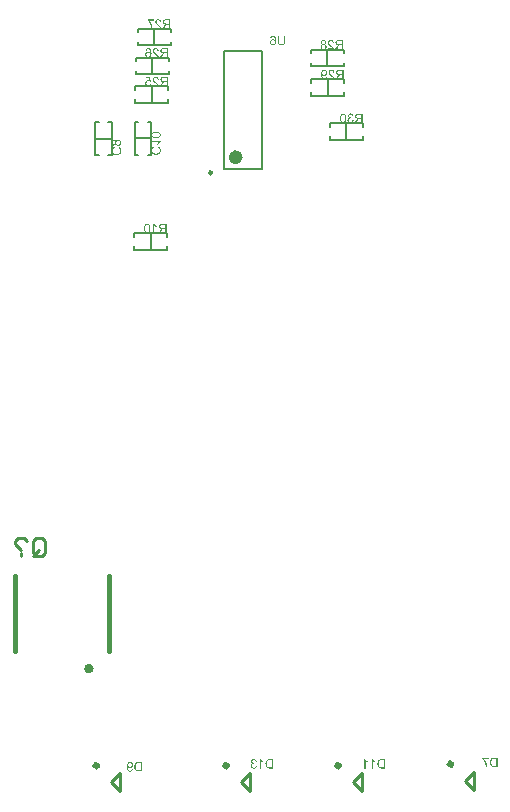
<source format=gbo>
G04*
G04 #@! TF.GenerationSoftware,Altium Limited,Altium Designer,19.1.8 (144)*
G04*
G04 Layer_Color=65280*
%FSLAX25Y25*%
%MOIN*%
G70*
G01*
G75*
%ADD10C,0.00984*%
%ADD11C,0.02362*%
%ADD12C,0.01968*%
%ADD13C,0.01000*%
%ADD14C,0.00787*%
%ADD15C,0.00591*%
%ADD17C,0.01575*%
G36*
X164468Y311819D02*
X164555Y311810D01*
X164636Y311792D01*
X164714Y311769D01*
X164782Y311737D01*
X164850Y311710D01*
X164909Y311673D01*
X164964Y311642D01*
X165009Y311610D01*
X165055Y311573D01*
X165091Y311546D01*
X165119Y311519D01*
X165141Y311491D01*
X165160Y311473D01*
X165169Y311464D01*
X165173Y311460D01*
X165233Y311378D01*
X165282Y311282D01*
X165328Y311182D01*
X165369Y311077D01*
X165401Y310968D01*
X165428Y310859D01*
X165451Y310745D01*
X165469Y310641D01*
X165483Y310536D01*
X165492Y310440D01*
X165501Y310354D01*
X165506Y310281D01*
Y310217D01*
X165510Y310172D01*
Y310154D01*
Y310140D01*
Y310136D01*
Y310131D01*
X165506Y309985D01*
X165496Y309849D01*
X165483Y309722D01*
X165460Y309603D01*
X165437Y309499D01*
X165415Y309403D01*
X165387Y309317D01*
X165355Y309239D01*
X165328Y309176D01*
X165301Y309116D01*
X165278Y309071D01*
X165251Y309030D01*
X165233Y308998D01*
X165219Y308980D01*
X165210Y308966D01*
X165205Y308962D01*
X165146Y308898D01*
X165082Y308843D01*
X165019Y308798D01*
X164955Y308757D01*
X164887Y308721D01*
X164823Y308693D01*
X164759Y308670D01*
X164696Y308652D01*
X164641Y308639D01*
X164586Y308625D01*
X164541Y308616D01*
X164500Y308611D01*
X164463D01*
X164441Y308607D01*
X164418D01*
X164313Y308611D01*
X164218Y308630D01*
X164131Y308648D01*
X164054Y308675D01*
X163995Y308698D01*
X163949Y308721D01*
X163931Y308725D01*
X163918Y308734D01*
X163913Y308739D01*
X163908D01*
X163831Y308793D01*
X163758Y308857D01*
X163699Y308921D01*
X163649Y308984D01*
X163608Y309044D01*
X163581Y309089D01*
X163572Y309107D01*
X163563Y309121D01*
X163558Y309125D01*
Y309130D01*
X163513Y309226D01*
X163481Y309326D01*
X163458Y309417D01*
X163444Y309503D01*
X163431Y309576D01*
Y309603D01*
X163426Y309631D01*
Y309653D01*
Y309667D01*
Y309676D01*
Y309681D01*
X163431Y309763D01*
X163440Y309840D01*
X163453Y309917D01*
X163467Y309985D01*
X163490Y310049D01*
X163513Y310113D01*
X163535Y310168D01*
X163563Y310217D01*
X163590Y310263D01*
X163613Y310304D01*
X163635Y310336D01*
X163658Y310368D01*
X163672Y310390D01*
X163686Y310404D01*
X163695Y310413D01*
X163699Y310418D01*
X163749Y310468D01*
X163804Y310513D01*
X163863Y310550D01*
X163918Y310581D01*
X163972Y310613D01*
X164027Y310636D01*
X164131Y310668D01*
X164177Y310682D01*
X164222Y310691D01*
X164259Y310695D01*
X164295Y310700D01*
X164322Y310704D01*
X164359D01*
X164441Y310700D01*
X164518Y310686D01*
X164591Y310672D01*
X164655Y310654D01*
X164709Y310632D01*
X164750Y310618D01*
X164778Y310604D01*
X164782Y310600D01*
X164787D01*
X164859Y310554D01*
X164923Y310504D01*
X164982Y310454D01*
X165028Y310400D01*
X165069Y310354D01*
X165101Y310318D01*
X165119Y310290D01*
X165123Y310286D01*
Y310368D01*
X165119Y310450D01*
X165114Y310522D01*
X165105Y310595D01*
X165101Y310659D01*
X165091Y310718D01*
X165082Y310773D01*
X165069Y310823D01*
X165060Y310868D01*
X165050Y310905D01*
X165041Y310936D01*
X165037Y310964D01*
X165028Y310982D01*
X165023Y310996D01*
X165019Y311005D01*
Y311009D01*
X164973Y311100D01*
X164928Y311182D01*
X164878Y311246D01*
X164832Y311300D01*
X164791Y311346D01*
X164759Y311378D01*
X164736Y311396D01*
X164727Y311401D01*
X164673Y311437D01*
X164618Y311460D01*
X164564Y311478D01*
X164509Y311491D01*
X164468Y311501D01*
X164432Y311505D01*
X164400D01*
X164318Y311496D01*
X164241Y311478D01*
X164177Y311451D01*
X164118Y311423D01*
X164072Y311391D01*
X164040Y311364D01*
X164022Y311346D01*
X164013Y311337D01*
X163981Y311296D01*
X163949Y311246D01*
X163922Y311191D01*
X163904Y311137D01*
X163886Y311087D01*
X163872Y311046D01*
X163867Y311018D01*
X163863Y311014D01*
Y311009D01*
X163476Y311041D01*
X163504Y311169D01*
X163544Y311282D01*
X163590Y311382D01*
X163640Y311464D01*
X163690Y311528D01*
X163708Y311555D01*
X163731Y311578D01*
X163745Y311592D01*
X163758Y311605D01*
X163763Y311610D01*
X163767Y311614D01*
X163813Y311651D01*
X163863Y311683D01*
X163963Y311737D01*
X164063Y311774D01*
X164159Y311796D01*
X164245Y311815D01*
X164281Y311819D01*
X164313D01*
X164341Y311824D01*
X164377D01*
X164468Y311819D01*
D02*
G37*
G36*
X168504Y309990D02*
Y309899D01*
X168499Y309813D01*
X168495Y309731D01*
X168486Y309653D01*
X168477Y309585D01*
X168467Y309521D01*
X168454Y309462D01*
X168445Y309408D01*
X168436Y309358D01*
X168422Y309317D01*
X168413Y309280D01*
X168404Y309253D01*
X168395Y309230D01*
X168390Y309212D01*
X168386Y309203D01*
Y309198D01*
X168336Y309098D01*
X168272Y309007D01*
X168208Y308934D01*
X168140Y308871D01*
X168081Y308821D01*
X168031Y308784D01*
X168012Y308775D01*
X167999Y308766D01*
X167990Y308757D01*
X167985D01*
X167871Y308707D01*
X167753Y308670D01*
X167630Y308643D01*
X167517Y308625D01*
X167466Y308621D01*
X167417Y308616D01*
X167371Y308611D01*
X167335D01*
X167303Y308607D01*
X167262D01*
X167098Y308616D01*
X167025Y308625D01*
X166957Y308634D01*
X166889Y308648D01*
X166830Y308661D01*
X166775Y308675D01*
X166725Y308693D01*
X166679Y308712D01*
X166643Y308725D01*
X166607Y308739D01*
X166579Y308752D01*
X166557Y308766D01*
X166543Y308771D01*
X166534Y308780D01*
X166529D01*
X166429Y308848D01*
X166347Y308925D01*
X166284Y308998D01*
X166229Y309071D01*
X166188Y309135D01*
X166161Y309185D01*
X166152Y309203D01*
X166142Y309216D01*
X166138Y309226D01*
Y309230D01*
X166120Y309285D01*
X166102Y309344D01*
X166074Y309467D01*
X166056Y309594D01*
X166042Y309717D01*
X166038Y309772D01*
X166033Y309826D01*
Y309872D01*
X166029Y309913D01*
Y309945D01*
Y309967D01*
Y309985D01*
Y309990D01*
Y311810D01*
X166447D01*
Y309990D01*
Y309885D01*
X166456Y309785D01*
X166465Y309699D01*
X166479Y309617D01*
X166493Y309544D01*
X166511Y309476D01*
X166525Y309417D01*
X166543Y309367D01*
X166561Y309326D01*
X166579Y309285D01*
X166597Y309258D01*
X166611Y309230D01*
X166625Y309212D01*
X166634Y309198D01*
X166638Y309194D01*
X166643Y309189D01*
X166684Y309153D01*
X166729Y309121D01*
X166830Y309071D01*
X166934Y309034D01*
X167043Y309012D01*
X167143Y308994D01*
X167184Y308989D01*
X167225D01*
X167253Y308984D01*
X167298D01*
X167394Y308989D01*
X167480Y309003D01*
X167562Y309016D01*
X167626Y309039D01*
X167680Y309057D01*
X167721Y309071D01*
X167744Y309085D01*
X167753Y309089D01*
X167817Y309130D01*
X167871Y309180D01*
X167917Y309230D01*
X167949Y309276D01*
X167976Y309321D01*
X167999Y309353D01*
X168008Y309376D01*
X168012Y309385D01*
X168026Y309426D01*
X168035Y309467D01*
X168053Y309562D01*
X168067Y309662D01*
X168076Y309763D01*
X168081Y309849D01*
Y309890D01*
X168085Y309922D01*
Y309949D01*
Y309972D01*
Y309985D01*
Y309990D01*
Y311810D01*
X168504D01*
Y309990D01*
D02*
G37*
G36*
X190424Y285929D02*
X190547Y285906D01*
X190651Y285870D01*
X190742Y285833D01*
X190783Y285810D01*
X190815Y285792D01*
X190847Y285774D01*
X190870Y285756D01*
X190888Y285742D01*
X190902Y285733D01*
X190911Y285728D01*
X190915Y285724D01*
X191002Y285637D01*
X191070Y285542D01*
X191125Y285442D01*
X191170Y285342D01*
X191197Y285255D01*
X191211Y285219D01*
X191220Y285187D01*
X191225Y285160D01*
X191229Y285141D01*
X191234Y285128D01*
Y285123D01*
X190847Y285055D01*
X190829Y285155D01*
X190802Y285242D01*
X190770Y285314D01*
X190738Y285373D01*
X190706Y285419D01*
X190679Y285451D01*
X190661Y285474D01*
X190656Y285478D01*
X190597Y285524D01*
X190533Y285560D01*
X190474Y285583D01*
X190415Y285601D01*
X190360Y285610D01*
X190319Y285619D01*
X190283D01*
X190201Y285615D01*
X190128Y285596D01*
X190065Y285574D01*
X190010Y285551D01*
X189969Y285524D01*
X189937Y285501D01*
X189914Y285483D01*
X189910Y285478D01*
X189860Y285424D01*
X189823Y285364D01*
X189801Y285305D01*
X189782Y285251D01*
X189773Y285201D01*
X189764Y285164D01*
Y285137D01*
Y285132D01*
Y285128D01*
Y285078D01*
X189773Y285032D01*
X189796Y284955D01*
X189828Y284887D01*
X189864Y284827D01*
X189901Y284787D01*
X189933Y284755D01*
X189955Y284736D01*
X189960Y284732D01*
X189964D01*
X190042Y284691D01*
X190114Y284659D01*
X190192Y284636D01*
X190260Y284623D01*
X190319Y284614D01*
X190369Y284605D01*
X190428D01*
X190447Y284609D01*
X190469D01*
X190515Y284268D01*
X190456Y284281D01*
X190401Y284291D01*
X190356Y284300D01*
X190315Y284304D01*
X190283Y284309D01*
X190242D01*
X190146Y284300D01*
X190060Y284281D01*
X189983Y284254D01*
X189919Y284222D01*
X189869Y284191D01*
X189832Y284163D01*
X189810Y284145D01*
X189801Y284136D01*
X189741Y284068D01*
X189696Y283995D01*
X189664Y283922D01*
X189646Y283849D01*
X189632Y283790D01*
X189628Y283740D01*
X189623Y283722D01*
Y283708D01*
Y283699D01*
Y283695D01*
X189632Y283594D01*
X189655Y283504D01*
X189682Y283426D01*
X189719Y283358D01*
X189755Y283303D01*
X189782Y283262D01*
X189805Y283235D01*
X189814Y283226D01*
X189887Y283162D01*
X189964Y283117D01*
X190042Y283085D01*
X190114Y283062D01*
X190178Y283049D01*
X190228Y283044D01*
X190246Y283039D01*
X190274D01*
X190356Y283044D01*
X190433Y283062D01*
X190501Y283085D01*
X190556Y283112D01*
X190601Y283135D01*
X190638Y283158D01*
X190656Y283176D01*
X190665Y283180D01*
X190720Y283244D01*
X190765Y283317D01*
X190806Y283394D01*
X190838Y283476D01*
X190861Y283544D01*
X190870Y283576D01*
X190874Y283604D01*
X190879Y283626D01*
X190884Y283645D01*
X190888Y283654D01*
Y283658D01*
X191275Y283608D01*
X191266Y283535D01*
X191252Y283467D01*
X191211Y283340D01*
X191161Y283230D01*
X191134Y283185D01*
X191106Y283139D01*
X191079Y283099D01*
X191052Y283067D01*
X191029Y283035D01*
X191006Y283012D01*
X190993Y282994D01*
X190979Y282980D01*
X190970Y282971D01*
X190965Y282967D01*
X190911Y282926D01*
X190856Y282885D01*
X190802Y282853D01*
X190742Y282825D01*
X190629Y282780D01*
X190519Y282753D01*
X190469Y282744D01*
X190424Y282734D01*
X190383Y282730D01*
X190347Y282725D01*
X190319Y282721D01*
X190278D01*
X190192Y282725D01*
X190114Y282734D01*
X190037Y282748D01*
X189964Y282766D01*
X189896Y282789D01*
X189837Y282812D01*
X189778Y282839D01*
X189728Y282867D01*
X189678Y282889D01*
X189637Y282916D01*
X189600Y282939D01*
X189573Y282962D01*
X189550Y282980D01*
X189532Y282994D01*
X189523Y283003D01*
X189518Y283008D01*
X189464Y283062D01*
X189418Y283121D01*
X189377Y283180D01*
X189341Y283240D01*
X189314Y283294D01*
X189286Y283353D01*
X189250Y283463D01*
X189241Y283513D01*
X189232Y283558D01*
X189223Y283599D01*
X189218Y283635D01*
X189214Y283663D01*
Y283685D01*
Y283699D01*
Y283704D01*
X189218Y283813D01*
X189236Y283913D01*
X189264Y283999D01*
X189291Y284072D01*
X189318Y284131D01*
X189346Y284177D01*
X189364Y284204D01*
X189368Y284213D01*
X189432Y284281D01*
X189500Y284341D01*
X189573Y284386D01*
X189646Y284423D01*
X189710Y284450D01*
X189760Y284468D01*
X189778Y284473D01*
X189792Y284477D01*
X189801Y284482D01*
X189805D01*
X189728Y284523D01*
X189664Y284564D01*
X189610Y284609D01*
X189564Y284650D01*
X189528Y284686D01*
X189500Y284718D01*
X189487Y284736D01*
X189482Y284746D01*
X189446Y284809D01*
X189418Y284873D01*
X189396Y284937D01*
X189382Y284996D01*
X189373Y285046D01*
X189368Y285082D01*
Y285110D01*
Y285119D01*
X189373Y285196D01*
X189386Y285273D01*
X189405Y285342D01*
X189427Y285401D01*
X189450Y285451D01*
X189468Y285492D01*
X189482Y285515D01*
X189487Y285524D01*
X189532Y285592D01*
X189587Y285651D01*
X189641Y285701D01*
X189696Y285747D01*
X189741Y285778D01*
X189782Y285806D01*
X189810Y285819D01*
X189814Y285824D01*
X189819D01*
X189901Y285860D01*
X189983Y285888D01*
X190065Y285910D01*
X190137Y285924D01*
X190196Y285933D01*
X190246Y285938D01*
X190360D01*
X190424Y285929D01*
D02*
G37*
G36*
X194291Y282775D02*
X193873D01*
Y284172D01*
X193336D01*
X193286Y284168D01*
X193249D01*
X193218Y284163D01*
X193195Y284159D01*
X193177D01*
X193168Y284154D01*
X193163D01*
X193090Y284131D01*
X193058Y284118D01*
X193031Y284104D01*
X193004Y284090D01*
X192986Y284081D01*
X192976Y284077D01*
X192972Y284072D01*
X192936Y284045D01*
X192899Y284013D01*
X192831Y283945D01*
X192799Y283913D01*
X192776Y283886D01*
X192763Y283868D01*
X192758Y283863D01*
X192713Y283799D01*
X192663Y283731D01*
X192613Y283658D01*
X192562Y283590D01*
X192522Y283526D01*
X192490Y283476D01*
X192476Y283458D01*
X192467Y283444D01*
X192458Y283435D01*
Y283431D01*
X192044Y282775D01*
X191525D01*
X192067Y283631D01*
X192130Y283722D01*
X192189Y283804D01*
X192248Y283872D01*
X192298Y283936D01*
X192344Y283981D01*
X192380Y284018D01*
X192403Y284040D01*
X192412Y284050D01*
X192449Y284077D01*
X192490Y284109D01*
X192571Y284159D01*
X192608Y284177D01*
X192635Y284195D01*
X192653Y284204D01*
X192663Y284209D01*
X192581Y284222D01*
X192503Y284236D01*
X192435Y284259D01*
X192367Y284277D01*
X192308Y284300D01*
X192253Y284327D01*
X192203Y284350D01*
X192157Y284372D01*
X192121Y284400D01*
X192085Y284423D01*
X192057Y284441D01*
X192035Y284459D01*
X192016Y284473D01*
X192003Y284486D01*
X191998Y284491D01*
X191994Y284495D01*
X191957Y284541D01*
X191921Y284586D01*
X191866Y284682D01*
X191830Y284777D01*
X191803Y284869D01*
X191784Y284946D01*
X191780Y284978D01*
Y285010D01*
X191775Y285032D01*
Y285051D01*
Y285060D01*
Y285064D01*
X191780Y285160D01*
X191794Y285246D01*
X191816Y285328D01*
X191839Y285396D01*
X191866Y285455D01*
X191885Y285501D01*
X191903Y285528D01*
X191907Y285533D01*
Y285537D01*
X191962Y285610D01*
X192016Y285674D01*
X192076Y285728D01*
X192130Y285769D01*
X192180Y285801D01*
X192221Y285819D01*
X192248Y285833D01*
X192253Y285838D01*
X192258D01*
X192298Y285851D01*
X192349Y285865D01*
X192449Y285888D01*
X192558Y285901D01*
X192658Y285915D01*
X192754Y285919D01*
X192795D01*
X192831Y285924D01*
X194291D01*
Y282775D01*
D02*
G37*
G36*
X187926Y285929D02*
X188040Y285910D01*
X188135Y285879D01*
X188217Y285847D01*
X188285Y285810D01*
X188313Y285797D01*
X188336Y285778D01*
X188354Y285769D01*
X188367Y285760D01*
X188372Y285751D01*
X188376D01*
X188458Y285678D01*
X188527Y285592D01*
X188586Y285506D01*
X188631Y285424D01*
X188668Y285346D01*
X188686Y285314D01*
X188695Y285282D01*
X188704Y285260D01*
X188713Y285242D01*
X188718Y285232D01*
Y285228D01*
X188736Y285160D01*
X188754Y285091D01*
X188781Y284941D01*
X188804Y284791D01*
X188818Y284650D01*
X188822Y284582D01*
X188827Y284523D01*
Y284468D01*
X188831Y284418D01*
Y284382D01*
Y284350D01*
Y284332D01*
Y284327D01*
X188827Y284168D01*
X188818Y284018D01*
X188804Y283881D01*
X188781Y283754D01*
X188759Y283635D01*
X188731Y283531D01*
X188704Y283435D01*
X188677Y283353D01*
X188649Y283280D01*
X188618Y283217D01*
X188595Y283162D01*
X188572Y283121D01*
X188549Y283085D01*
X188536Y283062D01*
X188527Y283049D01*
X188522Y283044D01*
X188472Y282989D01*
X188417Y282939D01*
X188358Y282894D01*
X188299Y282857D01*
X188240Y282825D01*
X188181Y282798D01*
X188122Y282780D01*
X188067Y282762D01*
X188012Y282748D01*
X187962Y282739D01*
X187917Y282730D01*
X187881Y282725D01*
X187849Y282721D01*
X187803D01*
X187680Y282730D01*
X187566Y282748D01*
X187471Y282780D01*
X187389Y282812D01*
X187321Y282844D01*
X187298Y282862D01*
X187275Y282876D01*
X187257Y282885D01*
X187243Y282894D01*
X187239Y282903D01*
X187234D01*
X187153Y282980D01*
X187084Y283062D01*
X187025Y283153D01*
X186980Y283235D01*
X186943Y283312D01*
X186925Y283344D01*
X186916Y283376D01*
X186907Y283399D01*
X186898Y283417D01*
X186893Y283426D01*
Y283431D01*
X186870Y283499D01*
X186852Y283567D01*
X186825Y283713D01*
X186802Y283863D01*
X186788Y284009D01*
X186784Y284072D01*
X186779Y284131D01*
Y284186D01*
X186775Y284236D01*
Y284272D01*
Y284304D01*
Y284323D01*
Y284327D01*
Y284414D01*
X186779Y284495D01*
Y284568D01*
X186784Y284641D01*
X186793Y284705D01*
X186798Y284768D01*
X186802Y284823D01*
X186811Y284873D01*
X186816Y284918D01*
X186825Y284960D01*
X186829Y284991D01*
X186834Y285019D01*
X186838Y285041D01*
X186843Y285055D01*
X186848Y285064D01*
Y285069D01*
X186875Y285169D01*
X186907Y285260D01*
X186943Y285337D01*
X186970Y285405D01*
X187002Y285465D01*
X187021Y285506D01*
X187039Y285528D01*
X187043Y285537D01*
X187093Y285606D01*
X187143Y285665D01*
X187198Y285715D01*
X187248Y285760D01*
X187294Y285792D01*
X187330Y285815D01*
X187353Y285828D01*
X187357Y285833D01*
X187362D01*
X187435Y285870D01*
X187512Y285892D01*
X187585Y285910D01*
X187653Y285924D01*
X187712Y285933D01*
X187762Y285938D01*
X187803D01*
X187926Y285929D01*
D02*
G37*
G36*
X183985Y300514D02*
X184063Y300509D01*
X184135Y300496D01*
X184204Y300482D01*
X184267Y300464D01*
X184327Y300446D01*
X184381Y300423D01*
X184431Y300400D01*
X184477Y300377D01*
X184513Y300355D01*
X184545Y300336D01*
X184572Y300318D01*
X184595Y300304D01*
X184609Y300291D01*
X184618Y300286D01*
X184622Y300282D01*
X184668Y300236D01*
X184709Y300186D01*
X184750Y300132D01*
X184782Y300077D01*
X184836Y299968D01*
X184873Y299858D01*
X184886Y299809D01*
X184900Y299758D01*
X184909Y299717D01*
X184918Y299681D01*
X184923Y299649D01*
Y299626D01*
X184927Y299613D01*
Y299608D01*
X184531Y299567D01*
X184522Y299672D01*
X184504Y299763D01*
X184477Y299845D01*
X184445Y299909D01*
X184418Y299963D01*
X184390Y300000D01*
X184372Y300022D01*
X184363Y300031D01*
X184295Y300086D01*
X184222Y300127D01*
X184145Y300159D01*
X184076Y300177D01*
X184013Y300191D01*
X183958Y300195D01*
X183940Y300200D01*
X183913D01*
X183817Y300195D01*
X183730Y300177D01*
X183658Y300150D01*
X183594Y300122D01*
X183544Y300091D01*
X183512Y300068D01*
X183489Y300050D01*
X183480Y300041D01*
X183426Y299977D01*
X183385Y299913D01*
X183353Y299849D01*
X183335Y299786D01*
X183321Y299736D01*
X183317Y299690D01*
X183312Y299663D01*
Y299658D01*
Y299654D01*
X183321Y299572D01*
X183339Y299485D01*
X183371Y299408D01*
X183403Y299335D01*
X183439Y299276D01*
X183471Y299226D01*
X183480Y299208D01*
X183489Y299194D01*
X183499Y299190D01*
Y299185D01*
X183535Y299135D01*
X183580Y299085D01*
X183630Y299030D01*
X183685Y298976D01*
X183799Y298867D01*
X183913Y298757D01*
X183972Y298707D01*
X184022Y298662D01*
X184072Y298621D01*
X184113Y298585D01*
X184145Y298557D01*
X184172Y298534D01*
X184190Y298521D01*
X184195Y298516D01*
X184308Y298421D01*
X184413Y298330D01*
X184500Y298248D01*
X184568Y298180D01*
X184627Y298120D01*
X184668Y298079D01*
X184691Y298052D01*
X184700Y298048D01*
Y298043D01*
X184763Y297966D01*
X184813Y297893D01*
X184859Y297820D01*
X184895Y297756D01*
X184923Y297702D01*
X184941Y297661D01*
X184950Y297634D01*
X184955Y297629D01*
Y297624D01*
X184973Y297574D01*
X184982Y297529D01*
X184991Y297483D01*
X184995Y297443D01*
X185000Y297406D01*
Y297379D01*
Y297361D01*
Y297356D01*
X182912D01*
Y297729D01*
X184463D01*
X184408Y297807D01*
X184381Y297838D01*
X184358Y297870D01*
X184336Y297898D01*
X184318Y297916D01*
X184304Y297929D01*
X184299Y297934D01*
X184276Y297957D01*
X184249Y297979D01*
X184186Y298039D01*
X184113Y298107D01*
X184035Y298175D01*
X183963Y298234D01*
X183931Y298261D01*
X183903Y298289D01*
X183881Y298307D01*
X183862Y298321D01*
X183853Y298330D01*
X183849Y298334D01*
X183776Y298398D01*
X183703Y298457D01*
X183640Y298516D01*
X183580Y298566D01*
X183526Y298616D01*
X183480Y298662D01*
X183435Y298703D01*
X183398Y298739D01*
X183362Y298776D01*
X183335Y298803D01*
X183312Y298826D01*
X183289Y298848D01*
X183266Y298876D01*
X183257Y298885D01*
X183194Y298962D01*
X183139Y299030D01*
X183094Y299099D01*
X183057Y299153D01*
X183030Y299203D01*
X183012Y299240D01*
X183002Y299262D01*
X182998Y299272D01*
X182971Y299340D01*
X182952Y299408D01*
X182934Y299472D01*
X182925Y299526D01*
X182921Y299576D01*
X182916Y299613D01*
Y299636D01*
Y299645D01*
X182921Y299713D01*
X182930Y299777D01*
X182939Y299840D01*
X182957Y299895D01*
X183002Y300004D01*
X183048Y300091D01*
X183075Y300132D01*
X183098Y300163D01*
X183121Y300195D01*
X183144Y300218D01*
X183162Y300236D01*
X183171Y300254D01*
X183180Y300259D01*
X183185Y300264D01*
X183235Y300309D01*
X183289Y300350D01*
X183348Y300382D01*
X183407Y300409D01*
X183526Y300455D01*
X183644Y300486D01*
X183694Y300496D01*
X183744Y300505D01*
X183790Y300509D01*
X183826Y300514D01*
X183858Y300518D01*
X183903D01*
X183985Y300514D01*
D02*
G37*
G36*
X181588D02*
X181660Y300505D01*
X181733Y300491D01*
X181797Y300473D01*
X181920Y300423D01*
X181974Y300400D01*
X182020Y300373D01*
X182065Y300341D01*
X182102Y300318D01*
X182138Y300291D01*
X182165Y300268D01*
X182188Y300250D01*
X182202Y300236D01*
X182211Y300227D01*
X182215Y300222D01*
X182265Y300168D01*
X182306Y300104D01*
X182347Y300045D01*
X182379Y299981D01*
X182406Y299913D01*
X182429Y299849D01*
X182461Y299731D01*
X182475Y299672D01*
X182484Y299622D01*
X182488Y299572D01*
X182493Y299531D01*
X182498Y299499D01*
Y299476D01*
Y299458D01*
Y299454D01*
X182493Y299367D01*
X182484Y299290D01*
X182475Y299212D01*
X182457Y299140D01*
X182434Y299076D01*
X182411Y299012D01*
X182388Y298958D01*
X182361Y298908D01*
X182338Y298862D01*
X182316Y298821D01*
X182293Y298789D01*
X182270Y298757D01*
X182252Y298735D01*
X182243Y298721D01*
X182234Y298712D01*
X182229Y298707D01*
X182179Y298657D01*
X182124Y298616D01*
X182070Y298575D01*
X182011Y298544D01*
X181956Y298516D01*
X181901Y298494D01*
X181797Y298462D01*
X181751Y298448D01*
X181706Y298439D01*
X181669Y298434D01*
X181633Y298430D01*
X181606Y298425D01*
X181569D01*
X181483Y298430D01*
X181401Y298444D01*
X181328Y298462D01*
X181260Y298484D01*
X181210Y298503D01*
X181169Y298521D01*
X181142Y298534D01*
X181132Y298539D01*
X181060Y298585D01*
X180996Y298635D01*
X180941Y298685D01*
X180896Y298730D01*
X180864Y298776D01*
X180837Y298808D01*
X180818Y298830D01*
X180814Y298839D01*
Y298803D01*
Y298780D01*
Y298766D01*
Y298762D01*
X180818Y298671D01*
X180823Y298585D01*
X180832Y298507D01*
X180841Y298434D01*
X180855Y298375D01*
X180864Y298330D01*
X180869Y298311D01*
Y298298D01*
X180873Y298293D01*
Y298289D01*
X180896Y298207D01*
X180919Y298134D01*
X180941Y298070D01*
X180964Y298016D01*
X180982Y297975D01*
X181000Y297943D01*
X181010Y297920D01*
X181014Y297916D01*
X181051Y297866D01*
X181087Y297825D01*
X181123Y297788D01*
X181160Y297756D01*
X181187Y297729D01*
X181214Y297711D01*
X181233Y297702D01*
X181237Y297697D01*
X181287Y297670D01*
X181342Y297652D01*
X181392Y297638D01*
X181442Y297629D01*
X181483Y297624D01*
X181515Y297620D01*
X181546D01*
X181619Y297624D01*
X181688Y297638D01*
X181747Y297656D01*
X181797Y297679D01*
X181833Y297697D01*
X181865Y297715D01*
X181883Y297729D01*
X181888Y297734D01*
X181933Y297784D01*
X181970Y297843D01*
X182001Y297907D01*
X182024Y297970D01*
X182043Y298025D01*
X182056Y298075D01*
X182061Y298093D01*
Y298102D01*
X182065Y298111D01*
Y298116D01*
X182438Y298084D01*
X182411Y297952D01*
X182375Y297838D01*
X182329Y297738D01*
X182284Y297656D01*
X182238Y297593D01*
X182215Y297565D01*
X182197Y297543D01*
X182184Y297529D01*
X182170Y297515D01*
X182165Y297511D01*
X182161Y297506D01*
X182115Y297470D01*
X182065Y297438D01*
X181965Y297388D01*
X181865Y297352D01*
X181770Y297329D01*
X181683Y297310D01*
X181647Y297306D01*
X181615D01*
X181592Y297301D01*
X181556D01*
X181428Y297310D01*
X181315Y297329D01*
X181210Y297361D01*
X181123Y297397D01*
X181087Y297411D01*
X181051Y297429D01*
X181023Y297447D01*
X180996Y297461D01*
X180978Y297470D01*
X180964Y297479D01*
X180955Y297488D01*
X180950D01*
X180859Y297565D01*
X180778Y297652D01*
X180714Y297743D01*
X180659Y297829D01*
X180614Y297907D01*
X180596Y297943D01*
X180582Y297970D01*
X180573Y297998D01*
X180564Y298016D01*
X180559Y298025D01*
Y298029D01*
X180536Y298098D01*
X180514Y298175D01*
X180482Y298330D01*
X180459Y298494D01*
X180445Y298648D01*
X180436Y298716D01*
X180432Y298785D01*
Y298844D01*
X180427Y298894D01*
Y298935D01*
Y298967D01*
Y298990D01*
Y298994D01*
Y299099D01*
X180432Y299199D01*
X180441Y299290D01*
X180450Y299376D01*
X180459Y299454D01*
X180468Y299526D01*
X180482Y299595D01*
X180496Y299654D01*
X180509Y299704D01*
X180518Y299749D01*
X180532Y299790D01*
X180541Y299822D01*
X180550Y299845D01*
X180559Y299863D01*
X180564Y299872D01*
Y299877D01*
X180618Y299986D01*
X180677Y300081D01*
X180746Y300163D01*
X180805Y300232D01*
X180864Y300282D01*
X180910Y300318D01*
X180928Y300332D01*
X180941Y300341D01*
X180946Y300350D01*
X180950D01*
X181046Y300405D01*
X181142Y300446D01*
X181237Y300477D01*
X181324Y300496D01*
X181401Y300509D01*
X181433Y300514D01*
X181456D01*
X181478Y300518D01*
X181510D01*
X181588Y300514D01*
D02*
G37*
G36*
X187958Y297356D02*
X187539D01*
Y298753D01*
X187002D01*
X186952Y298748D01*
X186916D01*
X186884Y298744D01*
X186861Y298739D01*
X186843D01*
X186834Y298735D01*
X186829D01*
X186756Y298712D01*
X186724Y298698D01*
X186697Y298685D01*
X186670Y298671D01*
X186652Y298662D01*
X186643Y298657D01*
X186638Y298653D01*
X186602Y298625D01*
X186565Y298594D01*
X186497Y298525D01*
X186465Y298494D01*
X186442Y298466D01*
X186429Y298448D01*
X186424Y298444D01*
X186379Y298380D01*
X186329Y298311D01*
X186278Y298239D01*
X186229Y298170D01*
X186188Y298107D01*
X186156Y298057D01*
X186142Y298039D01*
X186133Y298025D01*
X186124Y298016D01*
Y298011D01*
X185710Y297356D01*
X185191D01*
X185732Y298211D01*
X185796Y298302D01*
X185855Y298384D01*
X185915Y298453D01*
X185965Y298516D01*
X186010Y298562D01*
X186047Y298598D01*
X186069Y298621D01*
X186078Y298630D01*
X186115Y298657D01*
X186156Y298689D01*
X186238Y298739D01*
X186274Y298757D01*
X186301Y298776D01*
X186319Y298785D01*
X186329Y298789D01*
X186247Y298803D01*
X186169Y298817D01*
X186101Y298839D01*
X186033Y298857D01*
X185974Y298880D01*
X185919Y298908D01*
X185869Y298930D01*
X185824Y298953D01*
X185787Y298980D01*
X185751Y299003D01*
X185723Y299021D01*
X185701Y299040D01*
X185682Y299053D01*
X185669Y299067D01*
X185664Y299071D01*
X185660Y299076D01*
X185623Y299121D01*
X185587Y299167D01*
X185532Y299262D01*
X185496Y299358D01*
X185469Y299449D01*
X185450Y299526D01*
X185446Y299558D01*
Y299590D01*
X185441Y299613D01*
Y299631D01*
Y299640D01*
Y299645D01*
X185446Y299740D01*
X185459Y299827D01*
X185482Y299909D01*
X185505Y299977D01*
X185532Y300036D01*
X185550Y300081D01*
X185569Y300109D01*
X185573Y300113D01*
Y300118D01*
X185628Y300191D01*
X185682Y300254D01*
X185742Y300309D01*
X185796Y300350D01*
X185846Y300382D01*
X185887Y300400D01*
X185915Y300414D01*
X185919Y300418D01*
X185924D01*
X185965Y300432D01*
X186015Y300446D01*
X186115Y300468D01*
X186224Y300482D01*
X186324Y300496D01*
X186420Y300500D01*
X186460D01*
X186497Y300505D01*
X187958D01*
Y297356D01*
D02*
G37*
G36*
X183785Y310414D02*
X183863Y310409D01*
X183935Y310396D01*
X184004Y310382D01*
X184067Y310364D01*
X184127Y310345D01*
X184181Y310323D01*
X184231Y310300D01*
X184277Y310277D01*
X184313Y310254D01*
X184345Y310236D01*
X184372Y310218D01*
X184395Y310204D01*
X184409Y310191D01*
X184418Y310186D01*
X184422Y310182D01*
X184468Y310136D01*
X184509Y310086D01*
X184550Y310032D01*
X184582Y309977D01*
X184636Y309868D01*
X184673Y309758D01*
X184686Y309708D01*
X184700Y309658D01*
X184709Y309617D01*
X184718Y309581D01*
X184723Y309549D01*
Y309526D01*
X184727Y309513D01*
Y309508D01*
X184331Y309467D01*
X184322Y309572D01*
X184304Y309663D01*
X184277Y309745D01*
X184245Y309809D01*
X184218Y309863D01*
X184190Y309899D01*
X184172Y309922D01*
X184163Y309931D01*
X184095Y309986D01*
X184022Y310027D01*
X183945Y310059D01*
X183876Y310077D01*
X183813Y310091D01*
X183758Y310095D01*
X183740Y310100D01*
X183712D01*
X183617Y310095D01*
X183530Y310077D01*
X183458Y310050D01*
X183394Y310022D01*
X183344Y309991D01*
X183312Y309968D01*
X183289Y309950D01*
X183280Y309941D01*
X183226Y309877D01*
X183185Y309813D01*
X183153Y309749D01*
X183135Y309686D01*
X183121Y309636D01*
X183116Y309590D01*
X183112Y309563D01*
Y309558D01*
Y309554D01*
X183121Y309472D01*
X183139Y309385D01*
X183171Y309308D01*
X183203Y309235D01*
X183239Y309176D01*
X183271Y309126D01*
X183280Y309108D01*
X183289Y309094D01*
X183299Y309090D01*
Y309085D01*
X183335Y309035D01*
X183380Y308985D01*
X183430Y308930D01*
X183485Y308876D01*
X183599Y308767D01*
X183712Y308657D01*
X183772Y308607D01*
X183822Y308562D01*
X183872Y308521D01*
X183913Y308485D01*
X183945Y308457D01*
X183972Y308435D01*
X183990Y308421D01*
X183995Y308416D01*
X184108Y308321D01*
X184213Y308230D01*
X184300Y308148D01*
X184368Y308080D01*
X184427Y308020D01*
X184468Y307979D01*
X184491Y307952D01*
X184500Y307948D01*
Y307943D01*
X184563Y307866D01*
X184613Y307793D01*
X184659Y307720D01*
X184695Y307656D01*
X184723Y307602D01*
X184741Y307561D01*
X184750Y307534D01*
X184755Y307529D01*
Y307524D01*
X184773Y307474D01*
X184782Y307429D01*
X184791Y307383D01*
X184795Y307343D01*
X184800Y307306D01*
Y307279D01*
Y307261D01*
Y307256D01*
X182712D01*
Y307629D01*
X184263D01*
X184209Y307706D01*
X184181Y307738D01*
X184158Y307770D01*
X184136Y307797D01*
X184117Y307816D01*
X184104Y307829D01*
X184099Y307834D01*
X184076Y307857D01*
X184049Y307879D01*
X183985Y307939D01*
X183913Y308007D01*
X183835Y308075D01*
X183763Y308134D01*
X183731Y308161D01*
X183703Y308189D01*
X183681Y308207D01*
X183662Y308221D01*
X183653Y308230D01*
X183649Y308234D01*
X183576Y308298D01*
X183503Y308357D01*
X183440Y308416D01*
X183380Y308466D01*
X183326Y308516D01*
X183280Y308562D01*
X183235Y308603D01*
X183198Y308639D01*
X183162Y308676D01*
X183135Y308703D01*
X183112Y308726D01*
X183089Y308748D01*
X183066Y308776D01*
X183057Y308785D01*
X182994Y308862D01*
X182939Y308930D01*
X182894Y308999D01*
X182857Y309053D01*
X182830Y309103D01*
X182812Y309140D01*
X182802Y309162D01*
X182798Y309172D01*
X182771Y309240D01*
X182753Y309308D01*
X182734Y309372D01*
X182725Y309426D01*
X182721Y309476D01*
X182716Y309513D01*
Y309536D01*
Y309545D01*
X182721Y309613D01*
X182730Y309677D01*
X182739Y309740D01*
X182757Y309795D01*
X182802Y309904D01*
X182848Y309991D01*
X182875Y310032D01*
X182898Y310063D01*
X182921Y310095D01*
X182944Y310118D01*
X182962Y310136D01*
X182971Y310154D01*
X182980Y310159D01*
X182984Y310163D01*
X183035Y310209D01*
X183089Y310250D01*
X183148Y310282D01*
X183207Y310309D01*
X183326Y310355D01*
X183444Y310386D01*
X183494Y310396D01*
X183544Y310405D01*
X183590Y310409D01*
X183626Y310414D01*
X183658Y310418D01*
X183703D01*
X183785Y310414D01*
D02*
G37*
G36*
X187758Y307256D02*
X187339D01*
Y308653D01*
X186802D01*
X186752Y308648D01*
X186715D01*
X186684Y308644D01*
X186661Y308639D01*
X186643D01*
X186634Y308635D01*
X186629D01*
X186556Y308612D01*
X186524Y308598D01*
X186497Y308585D01*
X186470Y308571D01*
X186452Y308562D01*
X186442Y308557D01*
X186438Y308553D01*
X186402Y308525D01*
X186365Y308494D01*
X186297Y308425D01*
X186265Y308394D01*
X186242Y308366D01*
X186229Y308348D01*
X186224Y308343D01*
X186179Y308280D01*
X186129Y308211D01*
X186079Y308139D01*
X186029Y308070D01*
X185987Y308007D01*
X185956Y307957D01*
X185942Y307939D01*
X185933Y307925D01*
X185924Y307916D01*
Y307911D01*
X185510Y307256D01*
X184991D01*
X185532Y308111D01*
X185596Y308202D01*
X185655Y308284D01*
X185714Y308353D01*
X185765Y308416D01*
X185810Y308462D01*
X185846Y308498D01*
X185869Y308521D01*
X185878Y308530D01*
X185915Y308557D01*
X185956Y308589D01*
X186038Y308639D01*
X186074Y308657D01*
X186101Y308676D01*
X186119Y308685D01*
X186129Y308689D01*
X186047Y308703D01*
X185969Y308717D01*
X185901Y308739D01*
X185833Y308757D01*
X185774Y308780D01*
X185719Y308807D01*
X185669Y308830D01*
X185624Y308853D01*
X185587Y308880D01*
X185551Y308903D01*
X185523Y308921D01*
X185501Y308940D01*
X185483Y308953D01*
X185469Y308967D01*
X185464Y308971D01*
X185460Y308976D01*
X185423Y309021D01*
X185387Y309067D01*
X185332Y309162D01*
X185296Y309258D01*
X185269Y309349D01*
X185250Y309426D01*
X185246Y309458D01*
Y309490D01*
X185241Y309513D01*
Y309531D01*
Y309540D01*
Y309545D01*
X185246Y309640D01*
X185259Y309727D01*
X185282Y309809D01*
X185305Y309877D01*
X185332Y309936D01*
X185351Y309981D01*
X185369Y310009D01*
X185373Y310013D01*
Y310018D01*
X185428Y310091D01*
X185483Y310154D01*
X185542Y310209D01*
X185596Y310250D01*
X185646Y310282D01*
X185687Y310300D01*
X185714Y310314D01*
X185719Y310318D01*
X185724D01*
X185765Y310332D01*
X185815Y310345D01*
X185915Y310368D01*
X186024Y310382D01*
X186124Y310396D01*
X186220Y310400D01*
X186260D01*
X186297Y310405D01*
X187758D01*
Y307256D01*
D02*
G37*
G36*
X181346Y310414D02*
X181419Y310409D01*
X181547Y310382D01*
X181606Y310364D01*
X181660Y310345D01*
X181711Y310323D01*
X181756Y310300D01*
X181792Y310277D01*
X181829Y310254D01*
X181861Y310236D01*
X181883Y310218D01*
X181902Y310204D01*
X181915Y310191D01*
X181924Y310186D01*
X181929Y310182D01*
X181970Y310136D01*
X182011Y310091D01*
X182043Y310041D01*
X182070Y309991D01*
X182115Y309895D01*
X182143Y309804D01*
X182161Y309727D01*
X182166Y309690D01*
X182170Y309663D01*
X182175Y309636D01*
Y309617D01*
Y309608D01*
Y309604D01*
X182170Y309522D01*
X182156Y309444D01*
X182138Y309376D01*
X182115Y309317D01*
X182097Y309272D01*
X182079Y309235D01*
X182065Y309217D01*
X182061Y309208D01*
X182011Y309153D01*
X181956Y309103D01*
X181897Y309058D01*
X181838Y309021D01*
X181783Y308994D01*
X181742Y308976D01*
X181724Y308967D01*
X181711Y308962D01*
X181706Y308958D01*
X181701D01*
X181806Y308926D01*
X181893Y308885D01*
X181970Y308835D01*
X182034Y308789D01*
X182084Y308744D01*
X182120Y308707D01*
X182138Y308685D01*
X182147Y308680D01*
Y308676D01*
X182197Y308594D01*
X182238Y308507D01*
X182266Y308425D01*
X182284Y308343D01*
X182293Y308271D01*
X182298Y308239D01*
Y308211D01*
X182302Y308193D01*
Y308175D01*
Y308166D01*
Y308161D01*
X182298Y308089D01*
X182288Y308016D01*
X182275Y307948D01*
X182256Y307879D01*
X182211Y307766D01*
X182188Y307711D01*
X182161Y307665D01*
X182134Y307620D01*
X182111Y307584D01*
X182084Y307552D01*
X182065Y307524D01*
X182047Y307502D01*
X182034Y307488D01*
X182025Y307479D01*
X182020Y307474D01*
X181965Y307424D01*
X181906Y307383D01*
X181843Y307347D01*
X181779Y307315D01*
X181720Y307292D01*
X181656Y307270D01*
X181533Y307238D01*
X181479Y307224D01*
X181428Y307215D01*
X181383Y307210D01*
X181342Y307206D01*
X181310Y307201D01*
X181265D01*
X181178Y307206D01*
X181101Y307215D01*
X181024Y307229D01*
X180951Y307242D01*
X180887Y307265D01*
X180823Y307288D01*
X180764Y307311D01*
X180714Y307338D01*
X180669Y307365D01*
X180628Y307388D01*
X180596Y307411D01*
X180564Y307433D01*
X180541Y307447D01*
X180527Y307461D01*
X180518Y307470D01*
X180514Y307474D01*
X180464Y307529D01*
X180418Y307584D01*
X180382Y307638D01*
X180350Y307697D01*
X180318Y307752D01*
X180296Y307811D01*
X180264Y307916D01*
X180250Y307966D01*
X180241Y308011D01*
X180236Y308052D01*
X180232Y308084D01*
X180227Y308111D01*
Y308134D01*
Y308148D01*
Y308152D01*
X180232Y308257D01*
X180250Y308353D01*
X180277Y308439D01*
X180305Y308512D01*
X180332Y308571D01*
X180359Y308616D01*
X180377Y308644D01*
X180382Y308648D01*
Y308653D01*
X180446Y308726D01*
X180514Y308789D01*
X180587Y308839D01*
X180655Y308885D01*
X180719Y308917D01*
X180773Y308940D01*
X180791Y308949D01*
X180805Y308953D01*
X180814Y308958D01*
X180819D01*
X180737Y308994D01*
X180669Y309035D01*
X180609Y309076D01*
X180559Y309117D01*
X180523Y309153D01*
X180496Y309181D01*
X180477Y309199D01*
X180473Y309208D01*
X180432Y309272D01*
X180405Y309335D01*
X180382Y309399D01*
X180368Y309463D01*
X180359Y309513D01*
X180355Y309554D01*
Y309581D01*
Y309586D01*
Y309590D01*
X180359Y309654D01*
X180364Y309713D01*
X180396Y309827D01*
X180437Y309927D01*
X180482Y310013D01*
X180527Y310082D01*
X180550Y310109D01*
X180569Y310136D01*
X180587Y310154D01*
X180600Y310168D01*
X180605Y310173D01*
X180609Y310177D01*
X180659Y310218D01*
X180710Y310259D01*
X180764Y310291D01*
X180819Y310318D01*
X180928Y310359D01*
X181037Y310386D01*
X181083Y310400D01*
X181128Y310405D01*
X181169Y310409D01*
X181205Y310414D01*
X181233Y310418D01*
X181274D01*
X181346Y310414D01*
D02*
G37*
G36*
X126244Y317331D02*
X126322Y317326D01*
X126394Y317313D01*
X126463Y317299D01*
X126526Y317281D01*
X126586Y317263D01*
X126640Y317240D01*
X126690Y317217D01*
X126736Y317195D01*
X126772Y317172D01*
X126804Y317154D01*
X126831Y317135D01*
X126854Y317122D01*
X126868Y317108D01*
X126877Y317104D01*
X126881Y317099D01*
X126927Y317054D01*
X126968Y317003D01*
X127009Y316949D01*
X127041Y316894D01*
X127095Y316785D01*
X127132Y316676D01*
X127145Y316626D01*
X127159Y316576D01*
X127168Y316535D01*
X127177Y316498D01*
X127182Y316466D01*
Y316444D01*
X127186Y316430D01*
Y316426D01*
X126790Y316385D01*
X126781Y316489D01*
X126763Y316580D01*
X126736Y316662D01*
X126704Y316726D01*
X126677Y316780D01*
X126649Y316817D01*
X126631Y316840D01*
X126622Y316849D01*
X126554Y316903D01*
X126481Y316944D01*
X126404Y316976D01*
X126335Y316994D01*
X126272Y317008D01*
X126217Y317013D01*
X126199Y317017D01*
X126172D01*
X126076Y317013D01*
X125989Y316994D01*
X125917Y316967D01*
X125853Y316940D01*
X125803Y316908D01*
X125771Y316885D01*
X125748Y316867D01*
X125739Y316858D01*
X125685Y316794D01*
X125644Y316730D01*
X125612Y316667D01*
X125594Y316603D01*
X125580Y316553D01*
X125575Y316508D01*
X125571Y316480D01*
Y316476D01*
Y316471D01*
X125580Y316389D01*
X125598Y316303D01*
X125630Y316225D01*
X125662Y316153D01*
X125698Y316093D01*
X125730Y316043D01*
X125739Y316025D01*
X125748Y316012D01*
X125758Y316007D01*
Y316002D01*
X125794Y315952D01*
X125839Y315902D01*
X125889Y315848D01*
X125944Y315793D01*
X126058Y315684D01*
X126172Y315575D01*
X126231Y315525D01*
X126281Y315479D01*
X126331Y315438D01*
X126372Y315402D01*
X126404Y315374D01*
X126431Y315352D01*
X126449Y315338D01*
X126454Y315334D01*
X126567Y315238D01*
X126672Y315147D01*
X126759Y315065D01*
X126827Y314997D01*
X126886Y314938D01*
X126927Y314897D01*
X126950Y314869D01*
X126959Y314865D01*
Y314860D01*
X127022Y314783D01*
X127072Y314710D01*
X127118Y314637D01*
X127154Y314574D01*
X127182Y314519D01*
X127200Y314478D01*
X127209Y314451D01*
X127214Y314446D01*
Y314442D01*
X127232Y314392D01*
X127241Y314346D01*
X127250Y314301D01*
X127254Y314260D01*
X127259Y314223D01*
Y314196D01*
Y314178D01*
Y314173D01*
X125171D01*
Y314546D01*
X126722D01*
X126667Y314624D01*
X126640Y314656D01*
X126617Y314687D01*
X126595Y314715D01*
X126576Y314733D01*
X126563Y314747D01*
X126558Y314751D01*
X126535Y314774D01*
X126508Y314797D01*
X126444Y314856D01*
X126372Y314924D01*
X126294Y314992D01*
X126222Y315052D01*
X126190Y315079D01*
X126162Y315106D01*
X126140Y315124D01*
X126121Y315138D01*
X126112Y315147D01*
X126108Y315152D01*
X126035Y315215D01*
X125962Y315274D01*
X125899Y315334D01*
X125839Y315384D01*
X125785Y315434D01*
X125739Y315479D01*
X125694Y315520D01*
X125657Y315557D01*
X125621Y315593D01*
X125594Y315620D01*
X125571Y315643D01*
X125548Y315666D01*
X125525Y315693D01*
X125516Y315702D01*
X125453Y315779D01*
X125398Y315848D01*
X125353Y315916D01*
X125316Y315971D01*
X125289Y316021D01*
X125271Y316057D01*
X125261Y316080D01*
X125257Y316089D01*
X125230Y316157D01*
X125212Y316225D01*
X125193Y316289D01*
X125184Y316344D01*
X125180Y316394D01*
X125175Y316430D01*
Y316453D01*
Y316462D01*
X125180Y316530D01*
X125189Y316594D01*
X125198Y316658D01*
X125216Y316712D01*
X125261Y316821D01*
X125307Y316908D01*
X125334Y316949D01*
X125357Y316981D01*
X125380Y317013D01*
X125403Y317035D01*
X125421Y317054D01*
X125430Y317072D01*
X125439Y317076D01*
X125443Y317081D01*
X125494Y317126D01*
X125548Y317167D01*
X125607Y317199D01*
X125666Y317226D01*
X125785Y317272D01*
X125903Y317304D01*
X125953Y317313D01*
X126003Y317322D01*
X126049Y317326D01*
X126085Y317331D01*
X126117Y317336D01*
X126162D01*
X126244Y317331D01*
D02*
G37*
G36*
X130217Y314173D02*
X129798D01*
Y315570D01*
X129261D01*
X129211Y315566D01*
X129174D01*
X129143Y315561D01*
X129120Y315557D01*
X129102D01*
X129093Y315552D01*
X129088D01*
X129015Y315529D01*
X128983Y315516D01*
X128956Y315502D01*
X128929Y315488D01*
X128911Y315479D01*
X128902Y315475D01*
X128897Y315470D01*
X128861Y315443D01*
X128824Y315411D01*
X128756Y315343D01*
X128724Y315311D01*
X128701Y315283D01*
X128688Y315265D01*
X128683Y315261D01*
X128638Y315197D01*
X128588Y315129D01*
X128537Y315056D01*
X128488Y314988D01*
X128446Y314924D01*
X128415Y314874D01*
X128401Y314856D01*
X128392Y314842D01*
X128383Y314833D01*
Y314828D01*
X127969Y314173D01*
X127450D01*
X127991Y315029D01*
X128055Y315120D01*
X128114Y315202D01*
X128173Y315270D01*
X128224Y315334D01*
X128269Y315379D01*
X128305Y315416D01*
X128328Y315438D01*
X128337Y315447D01*
X128374Y315475D01*
X128415Y315507D01*
X128497Y315557D01*
X128533Y315575D01*
X128560Y315593D01*
X128578Y315602D01*
X128588Y315607D01*
X128506Y315620D01*
X128428Y315634D01*
X128360Y315657D01*
X128292Y315675D01*
X128233Y315698D01*
X128178Y315725D01*
X128128Y315748D01*
X128083Y315770D01*
X128046Y315798D01*
X128010Y315820D01*
X127982Y315839D01*
X127960Y315857D01*
X127942Y315870D01*
X127928Y315884D01*
X127923Y315889D01*
X127919Y315893D01*
X127882Y315939D01*
X127846Y315984D01*
X127791Y316080D01*
X127755Y316175D01*
X127728Y316266D01*
X127709Y316344D01*
X127705Y316375D01*
Y316407D01*
X127700Y316430D01*
Y316448D01*
Y316457D01*
Y316462D01*
X127705Y316558D01*
X127718Y316644D01*
X127741Y316726D01*
X127764Y316794D01*
X127791Y316853D01*
X127810Y316899D01*
X127828Y316926D01*
X127832Y316931D01*
Y316935D01*
X127887Y317008D01*
X127942Y317072D01*
X128001Y317126D01*
X128055Y317167D01*
X128105Y317199D01*
X128146Y317217D01*
X128173Y317231D01*
X128178Y317235D01*
X128183D01*
X128224Y317249D01*
X128274Y317263D01*
X128374Y317285D01*
X128483Y317299D01*
X128583Y317313D01*
X128679Y317317D01*
X128719D01*
X128756Y317322D01*
X130217D01*
Y314173D01*
D02*
G37*
G36*
X124729Y316908D02*
X123187D01*
X123296Y316776D01*
X123401Y316635D01*
X123492Y316498D01*
X123578Y316366D01*
X123614Y316307D01*
X123646Y316253D01*
X123678Y316203D01*
X123701Y316162D01*
X123719Y316125D01*
X123733Y316103D01*
X123742Y316084D01*
X123746Y316080D01*
X123837Y315898D01*
X123919Y315716D01*
X123987Y315543D01*
X124015Y315465D01*
X124042Y315388D01*
X124069Y315320D01*
X124088Y315256D01*
X124106Y315202D01*
X124119Y315156D01*
X124133Y315115D01*
X124142Y315088D01*
X124147Y315070D01*
Y315065D01*
X124192Y314879D01*
X124211Y314788D01*
X124224Y314706D01*
X124238Y314628D01*
X124251Y314551D01*
X124260Y314487D01*
X124270Y314424D01*
X124274Y314369D01*
X124279Y314319D01*
X124283Y314273D01*
Y314237D01*
X124288Y314210D01*
Y314192D01*
Y314178D01*
Y314173D01*
X123892D01*
X123878Y314346D01*
X123856Y314506D01*
X123833Y314651D01*
X123819Y314719D01*
X123805Y314783D01*
X123796Y314838D01*
X123783Y314888D01*
X123774Y314933D01*
X123765Y314970D01*
X123756Y314997D01*
X123751Y315020D01*
X123746Y315033D01*
Y315038D01*
X123678Y315247D01*
X123605Y315443D01*
X123569Y315538D01*
X123532Y315629D01*
X123492Y315711D01*
X123455Y315793D01*
X123423Y315866D01*
X123391Y315930D01*
X123364Y315984D01*
X123341Y316034D01*
X123319Y316075D01*
X123305Y316103D01*
X123296Y316121D01*
X123291Y316125D01*
X123237Y316221D01*
X123182Y316316D01*
X123128Y316403D01*
X123073Y316485D01*
X123023Y316558D01*
X122973Y316630D01*
X122923Y316694D01*
X122882Y316749D01*
X122841Y316803D01*
X122804Y316849D01*
X122768Y316885D01*
X122741Y316917D01*
X122723Y316944D01*
X122704Y316963D01*
X122695Y316972D01*
X122691Y316976D01*
Y317281D01*
X124729D01*
Y316908D01*
D02*
G37*
G36*
X125390Y307714D02*
X125468Y307709D01*
X125540Y307695D01*
X125609Y307682D01*
X125672Y307663D01*
X125731Y307645D01*
X125786Y307623D01*
X125836Y307600D01*
X125882Y307577D01*
X125918Y307554D01*
X125950Y307536D01*
X125977Y307518D01*
X126000Y307504D01*
X126014Y307491D01*
X126023Y307486D01*
X126027Y307482D01*
X126073Y307436D01*
X126114Y307386D01*
X126154Y307331D01*
X126186Y307277D01*
X126241Y307168D01*
X126277Y307058D01*
X126291Y307008D01*
X126305Y306958D01*
X126314Y306917D01*
X126323Y306881D01*
X126327Y306849D01*
Y306826D01*
X126332Y306813D01*
Y306808D01*
X125936Y306767D01*
X125927Y306872D01*
X125909Y306963D01*
X125882Y307045D01*
X125850Y307108D01*
X125822Y307163D01*
X125795Y307199D01*
X125777Y307222D01*
X125768Y307231D01*
X125699Y307286D01*
X125627Y307327D01*
X125549Y307359D01*
X125481Y307377D01*
X125417Y307390D01*
X125363Y307395D01*
X125345Y307400D01*
X125317D01*
X125222Y307395D01*
X125135Y307377D01*
X125063Y307349D01*
X124999Y307322D01*
X124949Y307290D01*
X124917Y307268D01*
X124894Y307249D01*
X124885Y307240D01*
X124830Y307177D01*
X124790Y307113D01*
X124758Y307049D01*
X124740Y306986D01*
X124726Y306936D01*
X124721Y306890D01*
X124717Y306863D01*
Y306858D01*
Y306854D01*
X124726Y306772D01*
X124744Y306685D01*
X124776Y306608D01*
X124808Y306535D01*
X124844Y306476D01*
X124876Y306426D01*
X124885Y306408D01*
X124894Y306394D01*
X124903Y306389D01*
Y306385D01*
X124940Y306335D01*
X124985Y306285D01*
X125035Y306230D01*
X125090Y306176D01*
X125204Y306066D01*
X125317Y305957D01*
X125376Y305907D01*
X125426Y305862D01*
X125477Y305821D01*
X125517Y305784D01*
X125549Y305757D01*
X125577Y305734D01*
X125595Y305721D01*
X125599Y305716D01*
X125713Y305621D01*
X125818Y305530D01*
X125904Y305448D01*
X125972Y305379D01*
X126032Y305320D01*
X126073Y305279D01*
X126095Y305252D01*
X126104Y305247D01*
Y305243D01*
X126168Y305166D01*
X126218Y305093D01*
X126264Y305020D01*
X126300Y304956D01*
X126327Y304902D01*
X126346Y304861D01*
X126355Y304833D01*
X126359Y304829D01*
Y304824D01*
X126377Y304774D01*
X126387Y304729D01*
X126396Y304683D01*
X126400Y304642D01*
X126405Y304606D01*
Y304579D01*
Y304560D01*
Y304556D01*
X124316D01*
Y304929D01*
X125868D01*
X125813Y305006D01*
X125786Y305038D01*
X125763Y305070D01*
X125741Y305097D01*
X125722Y305116D01*
X125709Y305129D01*
X125704Y305134D01*
X125681Y305156D01*
X125654Y305179D01*
X125590Y305238D01*
X125517Y305307D01*
X125440Y305375D01*
X125367Y305434D01*
X125336Y305461D01*
X125308Y305489D01*
X125285Y305507D01*
X125267Y305520D01*
X125258Y305530D01*
X125254Y305534D01*
X125181Y305598D01*
X125108Y305657D01*
X125044Y305716D01*
X124985Y305766D01*
X124931Y305816D01*
X124885Y305862D01*
X124840Y305903D01*
X124803Y305939D01*
X124767Y305976D01*
X124740Y306003D01*
X124717Y306026D01*
X124694Y306048D01*
X124671Y306076D01*
X124662Y306085D01*
X124598Y306162D01*
X124544Y306230D01*
X124498Y306298D01*
X124462Y306353D01*
X124435Y306403D01*
X124416Y306440D01*
X124407Y306462D01*
X124403Y306471D01*
X124375Y306540D01*
X124357Y306608D01*
X124339Y306672D01*
X124330Y306726D01*
X124325Y306776D01*
X124321Y306813D01*
Y306835D01*
Y306844D01*
X124325Y306913D01*
X124335Y306977D01*
X124344Y307040D01*
X124362Y307095D01*
X124407Y307204D01*
X124453Y307290D01*
X124480Y307331D01*
X124503Y307363D01*
X124526Y307395D01*
X124548Y307418D01*
X124567Y307436D01*
X124576Y307454D01*
X124585Y307459D01*
X124589Y307463D01*
X124639Y307509D01*
X124694Y307550D01*
X124753Y307582D01*
X124812Y307609D01*
X124931Y307654D01*
X125049Y307686D01*
X125099Y307695D01*
X125149Y307704D01*
X125195Y307709D01*
X125231Y307714D01*
X125263Y307718D01*
X125308D01*
X125390Y307714D01*
D02*
G37*
G36*
X122879D02*
X122965Y307704D01*
X123047Y307686D01*
X123124Y307663D01*
X123193Y307632D01*
X123261Y307604D01*
X123320Y307568D01*
X123374Y307536D01*
X123420Y307504D01*
X123466Y307468D01*
X123502Y307440D01*
X123529Y307413D01*
X123552Y307386D01*
X123570Y307368D01*
X123579Y307359D01*
X123584Y307354D01*
X123643Y307272D01*
X123693Y307177D01*
X123739Y307077D01*
X123779Y306972D01*
X123811Y306863D01*
X123839Y306753D01*
X123861Y306640D01*
X123880Y306535D01*
X123893Y306431D01*
X123902Y306335D01*
X123911Y306248D01*
X123916Y306176D01*
Y306112D01*
X123921Y306066D01*
Y306048D01*
Y306035D01*
Y306030D01*
Y306026D01*
X123916Y305880D01*
X123907Y305743D01*
X123893Y305616D01*
X123870Y305498D01*
X123848Y305393D01*
X123825Y305297D01*
X123798Y305211D01*
X123766Y305134D01*
X123739Y305070D01*
X123711Y305011D01*
X123688Y304965D01*
X123661Y304924D01*
X123643Y304892D01*
X123629Y304874D01*
X123620Y304861D01*
X123616Y304856D01*
X123556Y304792D01*
X123493Y304738D01*
X123429Y304692D01*
X123365Y304651D01*
X123297Y304615D01*
X123233Y304588D01*
X123170Y304565D01*
X123106Y304547D01*
X123051Y304533D01*
X122997Y304520D01*
X122951Y304510D01*
X122910Y304506D01*
X122874D01*
X122851Y304501D01*
X122828D01*
X122724Y304506D01*
X122628Y304524D01*
X122542Y304542D01*
X122465Y304570D01*
X122405Y304592D01*
X122360Y304615D01*
X122342Y304620D01*
X122328Y304629D01*
X122323Y304633D01*
X122319D01*
X122241Y304688D01*
X122169Y304751D01*
X122110Y304815D01*
X122060Y304879D01*
X122019Y304938D01*
X121991Y304984D01*
X121982Y305002D01*
X121973Y305015D01*
X121968Y305020D01*
Y305025D01*
X121923Y305120D01*
X121891Y305220D01*
X121868Y305311D01*
X121855Y305398D01*
X121841Y305470D01*
Y305498D01*
X121837Y305525D01*
Y305548D01*
Y305561D01*
Y305571D01*
Y305575D01*
X121841Y305657D01*
X121850Y305734D01*
X121864Y305812D01*
X121878Y305880D01*
X121900Y305944D01*
X121923Y306007D01*
X121946Y306062D01*
X121973Y306112D01*
X122000Y306157D01*
X122023Y306198D01*
X122046Y306230D01*
X122069Y306262D01*
X122082Y306285D01*
X122096Y306298D01*
X122105Y306308D01*
X122110Y306312D01*
X122160Y306362D01*
X122214Y306408D01*
X122273Y306444D01*
X122328Y306476D01*
X122383Y306508D01*
X122437Y306530D01*
X122542Y306562D01*
X122587Y306576D01*
X122633Y306585D01*
X122669Y306590D01*
X122706Y306594D01*
X122733Y306599D01*
X122769D01*
X122851Y306594D01*
X122929Y306581D01*
X123001Y306567D01*
X123065Y306549D01*
X123120Y306526D01*
X123161Y306512D01*
X123188Y306499D01*
X123193Y306494D01*
X123197D01*
X123270Y306449D01*
X123334Y306399D01*
X123393Y306348D01*
X123438Y306294D01*
X123479Y306248D01*
X123511Y306212D01*
X123529Y306185D01*
X123534Y306180D01*
Y306262D01*
X123529Y306344D01*
X123525Y306417D01*
X123515Y306490D01*
X123511Y306553D01*
X123502Y306612D01*
X123493Y306667D01*
X123479Y306717D01*
X123470Y306763D01*
X123461Y306799D01*
X123452Y306831D01*
X123447Y306858D01*
X123438Y306876D01*
X123434Y306890D01*
X123429Y306899D01*
Y306904D01*
X123384Y306995D01*
X123338Y307077D01*
X123288Y307140D01*
X123242Y307195D01*
X123202Y307240D01*
X123170Y307272D01*
X123147Y307290D01*
X123138Y307295D01*
X123083Y307331D01*
X123029Y307354D01*
X122974Y307372D01*
X122919Y307386D01*
X122879Y307395D01*
X122842Y307400D01*
X122810D01*
X122728Y307390D01*
X122651Y307372D01*
X122587Y307345D01*
X122528Y307318D01*
X122483Y307286D01*
X122451Y307259D01*
X122433Y307240D01*
X122424Y307231D01*
X122392Y307190D01*
X122360Y307140D01*
X122333Y307086D01*
X122314Y307031D01*
X122296Y306981D01*
X122283Y306940D01*
X122278Y306913D01*
X122273Y306908D01*
Y306904D01*
X121887Y306936D01*
X121914Y307063D01*
X121955Y307177D01*
X122000Y307277D01*
X122050Y307359D01*
X122100Y307422D01*
X122119Y307450D01*
X122141Y307472D01*
X122155Y307486D01*
X122169Y307500D01*
X122173Y307504D01*
X122178Y307509D01*
X122223Y307545D01*
X122273Y307577D01*
X122373Y307632D01*
X122474Y307668D01*
X122569Y307691D01*
X122656Y307709D01*
X122692Y307714D01*
X122724D01*
X122751Y307718D01*
X122787D01*
X122879Y307714D01*
D02*
G37*
G36*
X129362Y304556D02*
X128944D01*
Y305953D01*
X128407D01*
X128357Y305948D01*
X128320D01*
X128288Y305944D01*
X128266Y305939D01*
X128247D01*
X128238Y305935D01*
X128234D01*
X128161Y305912D01*
X128129Y305898D01*
X128102Y305885D01*
X128075Y305871D01*
X128056Y305862D01*
X128047Y305857D01*
X128043Y305853D01*
X128006Y305825D01*
X127970Y305793D01*
X127902Y305725D01*
X127870Y305693D01*
X127847Y305666D01*
X127833Y305648D01*
X127829Y305643D01*
X127783Y305580D01*
X127733Y305511D01*
X127683Y305438D01*
X127633Y305370D01*
X127592Y305307D01*
X127560Y305257D01*
X127547Y305238D01*
X127538Y305225D01*
X127529Y305216D01*
Y305211D01*
X127115Y304556D01*
X126596D01*
X127137Y305411D01*
X127201Y305502D01*
X127260Y305584D01*
X127319Y305652D01*
X127369Y305716D01*
X127415Y305762D01*
X127451Y305798D01*
X127474Y305821D01*
X127483Y305830D01*
X127520Y305857D01*
X127560Y305889D01*
X127642Y305939D01*
X127679Y305957D01*
X127706Y305976D01*
X127724Y305984D01*
X127733Y305989D01*
X127652Y306003D01*
X127574Y306016D01*
X127506Y306039D01*
X127438Y306057D01*
X127378Y306080D01*
X127324Y306107D01*
X127274Y306130D01*
X127228Y306153D01*
X127192Y306180D01*
X127155Y306203D01*
X127128Y306221D01*
X127105Y306239D01*
X127087Y306253D01*
X127074Y306267D01*
X127069Y306271D01*
X127065Y306276D01*
X127028Y306321D01*
X126992Y306367D01*
X126937Y306462D01*
X126901Y306558D01*
X126873Y306649D01*
X126855Y306726D01*
X126851Y306758D01*
Y306790D01*
X126846Y306813D01*
Y306831D01*
Y306840D01*
Y306844D01*
X126851Y306940D01*
X126864Y307027D01*
X126887Y307108D01*
X126910Y307177D01*
X126937Y307236D01*
X126955Y307281D01*
X126973Y307309D01*
X126978Y307313D01*
Y307318D01*
X127033Y307390D01*
X127087Y307454D01*
X127146Y307509D01*
X127201Y307550D01*
X127251Y307582D01*
X127292Y307600D01*
X127319Y307613D01*
X127324Y307618D01*
X127328D01*
X127369Y307632D01*
X127419Y307645D01*
X127520Y307668D01*
X127629Y307682D01*
X127729Y307695D01*
X127824Y307700D01*
X127865D01*
X127902Y307704D01*
X129362D01*
Y304556D01*
D02*
G37*
G36*
X125408Y298138D02*
X125485Y298133D01*
X125558Y298120D01*
X125626Y298106D01*
X125690Y298088D01*
X125749Y298070D01*
X125804Y298047D01*
X125854Y298024D01*
X125899Y298002D01*
X125935Y297979D01*
X125967Y297961D01*
X125995Y297942D01*
X126017Y297929D01*
X126031Y297915D01*
X126040Y297910D01*
X126045Y297906D01*
X126090Y297860D01*
X126131Y297810D01*
X126172Y297756D01*
X126204Y297701D01*
X126259Y297592D01*
X126295Y297483D01*
X126309Y297433D01*
X126322Y297383D01*
X126331Y297342D01*
X126340Y297305D01*
X126345Y297273D01*
Y297251D01*
X126350Y297237D01*
Y297233D01*
X125954Y297192D01*
X125945Y297296D01*
X125926Y297387D01*
X125899Y297469D01*
X125867Y297533D01*
X125840Y297587D01*
X125813Y297624D01*
X125794Y297647D01*
X125785Y297656D01*
X125717Y297710D01*
X125644Y297751D01*
X125567Y297783D01*
X125499Y297801D01*
X125435Y297815D01*
X125380Y297819D01*
X125362Y297824D01*
X125335D01*
X125239Y297819D01*
X125153Y297801D01*
X125080Y297774D01*
X125016Y297747D01*
X124966Y297715D01*
X124934Y297692D01*
X124912Y297674D01*
X124903Y297665D01*
X124848Y297601D01*
X124807Y297537D01*
X124775Y297474D01*
X124757Y297410D01*
X124743Y297360D01*
X124739Y297314D01*
X124734Y297287D01*
Y297283D01*
Y297278D01*
X124743Y297196D01*
X124762Y297110D01*
X124794Y297032D01*
X124825Y296959D01*
X124862Y296900D01*
X124894Y296850D01*
X124903Y296832D01*
X124912Y296818D01*
X124921Y296814D01*
Y296809D01*
X124957Y296759D01*
X125003Y296709D01*
X125053Y296655D01*
X125107Y296600D01*
X125221Y296491D01*
X125335Y296382D01*
X125394Y296332D01*
X125444Y296286D01*
X125494Y296245D01*
X125535Y296209D01*
X125567Y296182D01*
X125594Y296159D01*
X125612Y296145D01*
X125617Y296141D01*
X125731Y296045D01*
X125835Y295954D01*
X125922Y295872D01*
X125990Y295804D01*
X126049Y295745D01*
X126090Y295704D01*
X126113Y295676D01*
X126122Y295672D01*
Y295667D01*
X126186Y295590D01*
X126236Y295517D01*
X126281Y295444D01*
X126318Y295381D01*
X126345Y295326D01*
X126363Y295285D01*
X126372Y295258D01*
X126377Y295253D01*
Y295249D01*
X126395Y295199D01*
X126404Y295153D01*
X126413Y295108D01*
X126418Y295067D01*
X126422Y295030D01*
Y295003D01*
Y294985D01*
Y294980D01*
X124334D01*
Y295353D01*
X125885D01*
X125831Y295431D01*
X125804Y295463D01*
X125781Y295495D01*
X125758Y295522D01*
X125740Y295540D01*
X125726Y295554D01*
X125722Y295558D01*
X125699Y295581D01*
X125672Y295604D01*
X125608Y295663D01*
X125535Y295731D01*
X125458Y295799D01*
X125385Y295858D01*
X125353Y295886D01*
X125326Y295913D01*
X125303Y295931D01*
X125285Y295945D01*
X125276Y295954D01*
X125271Y295959D01*
X125198Y296022D01*
X125126Y296081D01*
X125062Y296141D01*
X125003Y296191D01*
X124948Y296241D01*
X124903Y296286D01*
X124857Y296327D01*
X124821Y296363D01*
X124784Y296400D01*
X124757Y296427D01*
X124734Y296450D01*
X124712Y296473D01*
X124689Y296500D01*
X124680Y296509D01*
X124616Y296586D01*
X124561Y296655D01*
X124516Y296723D01*
X124479Y296778D01*
X124452Y296828D01*
X124434Y296864D01*
X124425Y296887D01*
X124420Y296896D01*
X124393Y296964D01*
X124375Y297032D01*
X124357Y297096D01*
X124348Y297151D01*
X124343Y297201D01*
X124338Y297237D01*
Y297260D01*
Y297269D01*
X124343Y297337D01*
X124352Y297401D01*
X124361Y297465D01*
X124379Y297519D01*
X124425Y297628D01*
X124470Y297715D01*
X124498Y297756D01*
X124521Y297788D01*
X124543Y297819D01*
X124566Y297842D01*
X124584Y297860D01*
X124593Y297879D01*
X124602Y297883D01*
X124607Y297888D01*
X124657Y297933D01*
X124712Y297974D01*
X124771Y298006D01*
X124830Y298033D01*
X124948Y298079D01*
X125066Y298111D01*
X125117Y298120D01*
X125167Y298129D01*
X125212Y298133D01*
X125249Y298138D01*
X125280Y298143D01*
X125326D01*
X125408Y298138D01*
D02*
G37*
G36*
X123852Y296468D02*
X123488Y296418D01*
X123456Y296468D01*
X123415Y296509D01*
X123378Y296550D01*
X123342Y296582D01*
X123306Y296605D01*
X123278Y296627D01*
X123260Y296637D01*
X123256Y296641D01*
X123196Y296668D01*
X123137Y296691D01*
X123083Y296705D01*
X123028Y296718D01*
X122983Y296723D01*
X122946Y296727D01*
X122860D01*
X122805Y296718D01*
X122710Y296696D01*
X122628Y296664D01*
X122555Y296632D01*
X122500Y296596D01*
X122459Y296564D01*
X122437Y296541D01*
X122427Y296536D01*
Y296532D01*
X122364Y296455D01*
X122318Y296373D01*
X122286Y296286D01*
X122264Y296200D01*
X122250Y296127D01*
X122246Y296095D01*
Y296068D01*
X122241Y296045D01*
Y296027D01*
Y296018D01*
Y296013D01*
Y295949D01*
X122250Y295890D01*
X122273Y295777D01*
X122305Y295681D01*
X122336Y295604D01*
X122373Y295540D01*
X122405Y295490D01*
X122418Y295476D01*
X122427Y295463D01*
X122432Y295458D01*
X122437Y295454D01*
X122473Y295417D01*
X122509Y295385D01*
X122591Y295331D01*
X122669Y295294D01*
X122746Y295271D01*
X122810Y295253D01*
X122864Y295249D01*
X122882Y295244D01*
X122910D01*
X122996Y295249D01*
X123074Y295267D01*
X123142Y295290D01*
X123196Y295317D01*
X123247Y295344D01*
X123283Y295367D01*
X123301Y295385D01*
X123310Y295390D01*
X123365Y295454D01*
X123410Y295522D01*
X123447Y295599D01*
X123474Y295667D01*
X123492Y295736D01*
X123506Y295786D01*
X123510Y295808D01*
X123515Y295822D01*
Y295831D01*
Y295836D01*
X123920Y295804D01*
X123911Y295731D01*
X123897Y295663D01*
X123856Y295535D01*
X123806Y295426D01*
X123779Y295376D01*
X123751Y295335D01*
X123729Y295294D01*
X123702Y295258D01*
X123679Y295231D01*
X123656Y295208D01*
X123638Y295190D01*
X123629Y295171D01*
X123620Y295167D01*
X123615Y295162D01*
X123560Y295121D01*
X123506Y295085D01*
X123447Y295053D01*
X123388Y295026D01*
X123274Y294985D01*
X123160Y294957D01*
X123110Y294944D01*
X123060Y294939D01*
X123019Y294935D01*
X122983Y294930D01*
X122951Y294926D01*
X122910D01*
X122814Y294930D01*
X122723Y294944D01*
X122637Y294962D01*
X122559Y294985D01*
X122487Y295017D01*
X122418Y295048D01*
X122355Y295080D01*
X122300Y295117D01*
X122250Y295153D01*
X122204Y295185D01*
X122168Y295221D01*
X122136Y295249D01*
X122114Y295271D01*
X122095Y295290D01*
X122086Y295303D01*
X122082Y295308D01*
X122036Y295367D01*
X122000Y295431D01*
X121963Y295490D01*
X121936Y295554D01*
X121891Y295676D01*
X121863Y295795D01*
X121854Y295845D01*
X121845Y295895D01*
X121841Y295936D01*
X121836Y295972D01*
X121831Y296004D01*
Y296027D01*
Y296041D01*
Y296045D01*
X121836Y296127D01*
X121845Y296204D01*
X121859Y296282D01*
X121877Y296350D01*
X121900Y296413D01*
X121923Y296477D01*
X121950Y296532D01*
X121973Y296582D01*
X122000Y296627D01*
X122027Y296668D01*
X122050Y296700D01*
X122073Y296732D01*
X122091Y296755D01*
X122104Y296768D01*
X122114Y296778D01*
X122118Y296782D01*
X122173Y296832D01*
X122227Y296878D01*
X122286Y296914D01*
X122346Y296946D01*
X122405Y296978D01*
X122464Y297001D01*
X122573Y297032D01*
X122623Y297046D01*
X122669Y297055D01*
X122710Y297060D01*
X122746Y297064D01*
X122773Y297069D01*
X122873D01*
X122928Y297060D01*
X123037Y297037D01*
X123137Y297005D01*
X123228Y296969D01*
X123301Y296932D01*
X123333Y296914D01*
X123360Y296900D01*
X123383Y296887D01*
X123397Y296878D01*
X123406Y296873D01*
X123410Y296869D01*
X123242Y297719D01*
X121982D01*
Y298088D01*
X123547D01*
X123852Y296468D01*
D02*
G37*
G36*
X129380Y294980D02*
X128961D01*
Y296377D01*
X128424D01*
X128374Y296373D01*
X128338D01*
X128306Y296368D01*
X128283Y296363D01*
X128265D01*
X128256Y296359D01*
X128252D01*
X128179Y296336D01*
X128147Y296323D01*
X128120Y296309D01*
X128092Y296295D01*
X128074Y296286D01*
X128065Y296282D01*
X128060Y296277D01*
X128024Y296250D01*
X127988Y296218D01*
X127919Y296150D01*
X127887Y296118D01*
X127865Y296091D01*
X127851Y296072D01*
X127847Y296068D01*
X127801Y296004D01*
X127751Y295936D01*
X127701Y295863D01*
X127651Y295795D01*
X127610Y295731D01*
X127578Y295681D01*
X127565Y295663D01*
X127555Y295649D01*
X127546Y295640D01*
Y295636D01*
X127132Y294980D01*
X126613D01*
X127155Y295836D01*
X127219Y295927D01*
X127278Y296009D01*
X127337Y296077D01*
X127387Y296141D01*
X127433Y296186D01*
X127469Y296222D01*
X127492Y296245D01*
X127501Y296254D01*
X127537Y296282D01*
X127578Y296314D01*
X127660Y296363D01*
X127696Y296382D01*
X127724Y296400D01*
X127742Y296409D01*
X127751Y296413D01*
X127669Y296427D01*
X127592Y296441D01*
X127524Y296464D01*
X127455Y296482D01*
X127396Y296505D01*
X127341Y296532D01*
X127292Y296555D01*
X127246Y296577D01*
X127209Y296605D01*
X127173Y296627D01*
X127146Y296646D01*
X127123Y296664D01*
X127105Y296677D01*
X127091Y296691D01*
X127087Y296696D01*
X127082Y296700D01*
X127046Y296746D01*
X127009Y296791D01*
X126955Y296887D01*
X126918Y296982D01*
X126891Y297073D01*
X126873Y297151D01*
X126868Y297182D01*
Y297214D01*
X126864Y297237D01*
Y297255D01*
Y297264D01*
Y297269D01*
X126868Y297364D01*
X126882Y297451D01*
X126905Y297533D01*
X126927Y297601D01*
X126955Y297660D01*
X126973Y297706D01*
X126991Y297733D01*
X126996Y297738D01*
Y297742D01*
X127050Y297815D01*
X127105Y297879D01*
X127164Y297933D01*
X127219Y297974D01*
X127269Y298006D01*
X127310Y298024D01*
X127337Y298038D01*
X127341Y298042D01*
X127346D01*
X127387Y298056D01*
X127437Y298070D01*
X127537Y298093D01*
X127646Y298106D01*
X127746Y298120D01*
X127842Y298124D01*
X127883D01*
X127919Y298129D01*
X129380D01*
Y294980D01*
D02*
G37*
G36*
X124765Y249148D02*
X124815Y249075D01*
X124874Y249003D01*
X124928Y248939D01*
X124983Y248884D01*
X125024Y248839D01*
X125042Y248825D01*
X125056Y248811D01*
X125060Y248807D01*
X125065Y248802D01*
X125160Y248725D01*
X125256Y248652D01*
X125347Y248588D01*
X125438Y248538D01*
X125515Y248493D01*
X125547Y248475D01*
X125575Y248461D01*
X125597Y248447D01*
X125615Y248443D01*
X125625Y248434D01*
X125629D01*
Y248061D01*
X125561Y248088D01*
X125493Y248120D01*
X125424Y248152D01*
X125361Y248183D01*
X125306Y248211D01*
X125260Y248234D01*
X125233Y248252D01*
X125229Y248256D01*
X125224D01*
X125142Y248306D01*
X125069Y248356D01*
X125006Y248402D01*
X124956Y248443D01*
X124910Y248475D01*
X124883Y248502D01*
X124860Y248520D01*
X124856Y248525D01*
Y246063D01*
X124469D01*
Y249225D01*
X124719D01*
X124765Y249148D01*
D02*
G37*
G36*
X128937Y246063D02*
X128518D01*
Y247460D01*
X127981D01*
X127931Y247456D01*
X127895D01*
X127863Y247451D01*
X127840Y247446D01*
X127822D01*
X127813Y247442D01*
X127808D01*
X127736Y247419D01*
X127704Y247405D01*
X127677Y247392D01*
X127649Y247378D01*
X127631Y247369D01*
X127622Y247364D01*
X127617Y247360D01*
X127581Y247333D01*
X127545Y247301D01*
X127476Y247233D01*
X127445Y247201D01*
X127422Y247173D01*
X127408Y247155D01*
X127404Y247151D01*
X127358Y247087D01*
X127308Y247019D01*
X127258Y246946D01*
X127208Y246878D01*
X127167Y246814D01*
X127135Y246764D01*
X127121Y246746D01*
X127112Y246732D01*
X127103Y246723D01*
Y246718D01*
X126689Y246063D01*
X126171D01*
X126712Y246919D01*
X126776Y247010D01*
X126835Y247092D01*
X126894Y247160D01*
X126944Y247223D01*
X126989Y247269D01*
X127026Y247305D01*
X127049Y247328D01*
X127058Y247337D01*
X127094Y247364D01*
X127135Y247396D01*
X127217Y247446D01*
X127253Y247465D01*
X127281Y247483D01*
X127299Y247492D01*
X127308Y247496D01*
X127226Y247510D01*
X127149Y247524D01*
X127081Y247547D01*
X127012Y247565D01*
X126953Y247587D01*
X126899Y247615D01*
X126848Y247638D01*
X126803Y247660D01*
X126767Y247688D01*
X126730Y247710D01*
X126703Y247728D01*
X126680Y247747D01*
X126662Y247760D01*
X126648Y247774D01*
X126644Y247779D01*
X126639Y247783D01*
X126603Y247829D01*
X126566Y247874D01*
X126512Y247970D01*
X126475Y248065D01*
X126448Y248156D01*
X126430Y248234D01*
X126425Y248265D01*
Y248297D01*
X126421Y248320D01*
Y248338D01*
Y248347D01*
Y248352D01*
X126425Y248447D01*
X126439Y248534D01*
X126462Y248616D01*
X126485Y248684D01*
X126512Y248743D01*
X126530Y248789D01*
X126548Y248816D01*
X126553Y248820D01*
Y248825D01*
X126607Y248898D01*
X126662Y248961D01*
X126721Y249016D01*
X126776Y249057D01*
X126826Y249089D01*
X126867Y249107D01*
X126894Y249121D01*
X126899Y249125D01*
X126903D01*
X126944Y249139D01*
X126994Y249153D01*
X127094Y249175D01*
X127203Y249189D01*
X127304Y249203D01*
X127399Y249207D01*
X127440D01*
X127476Y249212D01*
X128937D01*
Y246063D01*
D02*
G37*
G36*
X122572Y249216D02*
X122685Y249198D01*
X122781Y249166D01*
X122863Y249134D01*
X122931Y249098D01*
X122958Y249084D01*
X122981Y249066D01*
X122999Y249057D01*
X123013Y249048D01*
X123017Y249039D01*
X123022D01*
X123104Y248966D01*
X123172Y248880D01*
X123231Y248793D01*
X123277Y248711D01*
X123313Y248634D01*
X123331Y248602D01*
X123340Y248570D01*
X123349Y248548D01*
X123359Y248529D01*
X123363Y248520D01*
Y248516D01*
X123381Y248447D01*
X123400Y248379D01*
X123427Y248229D01*
X123450Y248079D01*
X123463Y247938D01*
X123468Y247869D01*
X123472Y247810D01*
Y247756D01*
X123477Y247706D01*
Y247669D01*
Y247638D01*
Y247619D01*
Y247615D01*
X123472Y247456D01*
X123463Y247305D01*
X123450Y247169D01*
X123427Y247041D01*
X123404Y246923D01*
X123377Y246818D01*
X123349Y246723D01*
X123322Y246641D01*
X123295Y246568D01*
X123263Y246504D01*
X123240Y246450D01*
X123218Y246409D01*
X123195Y246373D01*
X123181Y246350D01*
X123172Y246336D01*
X123168Y246332D01*
X123117Y246277D01*
X123063Y246227D01*
X123004Y246182D01*
X122945Y246145D01*
X122885Y246113D01*
X122826Y246086D01*
X122767Y246068D01*
X122713Y246049D01*
X122658Y246036D01*
X122608Y246027D01*
X122562Y246018D01*
X122526Y246013D01*
X122494Y246009D01*
X122449D01*
X122326Y246018D01*
X122212Y246036D01*
X122116Y246068D01*
X122035Y246100D01*
X121966Y246131D01*
X121944Y246150D01*
X121921Y246163D01*
X121903Y246172D01*
X121889Y246182D01*
X121884Y246191D01*
X121880D01*
X121798Y246268D01*
X121730Y246350D01*
X121671Y246441D01*
X121625Y246523D01*
X121589Y246600D01*
X121571Y246632D01*
X121561Y246664D01*
X121552Y246687D01*
X121543Y246705D01*
X121539Y246714D01*
Y246718D01*
X121516Y246787D01*
X121498Y246855D01*
X121470Y247001D01*
X121448Y247151D01*
X121434Y247296D01*
X121429Y247360D01*
X121425Y247419D01*
Y247474D01*
X121420Y247524D01*
Y247560D01*
Y247592D01*
Y247610D01*
Y247615D01*
Y247701D01*
X121425Y247783D01*
Y247856D01*
X121429Y247929D01*
X121439Y247992D01*
X121443Y248056D01*
X121448Y248111D01*
X121457Y248161D01*
X121461Y248206D01*
X121470Y248247D01*
X121475Y248279D01*
X121479Y248306D01*
X121484Y248329D01*
X121489Y248343D01*
X121493Y248352D01*
Y248356D01*
X121520Y248457D01*
X121552Y248548D01*
X121589Y248625D01*
X121616Y248693D01*
X121648Y248752D01*
X121666Y248793D01*
X121684Y248816D01*
X121689Y248825D01*
X121739Y248893D01*
X121789Y248952D01*
X121844Y249003D01*
X121894Y249048D01*
X121939Y249080D01*
X121975Y249103D01*
X121998Y249116D01*
X122003Y249121D01*
X122007D01*
X122080Y249157D01*
X122157Y249180D01*
X122230Y249198D01*
X122299Y249212D01*
X122358Y249221D01*
X122408Y249225D01*
X122449D01*
X122572Y249216D01*
D02*
G37*
G36*
X158192Y70728D02*
X158315Y70705D01*
X158420Y70668D01*
X158511Y70632D01*
X158552Y70609D01*
X158584Y70591D01*
X158616Y70573D01*
X158638Y70555D01*
X158656Y70541D01*
X158670Y70532D01*
X158679Y70527D01*
X158684Y70523D01*
X158770Y70436D01*
X158838Y70341D01*
X158893Y70241D01*
X158939Y70141D01*
X158966Y70054D01*
X158979Y70018D01*
X158989Y69986D01*
X158993Y69959D01*
X158998Y69940D01*
X159002Y69927D01*
Y69922D01*
X158616Y69854D01*
X158597Y69954D01*
X158570Y70041D01*
X158538Y70113D01*
X158506Y70173D01*
X158474Y70218D01*
X158447Y70250D01*
X158429Y70273D01*
X158424Y70277D01*
X158365Y70323D01*
X158301Y70359D01*
X158242Y70382D01*
X158183Y70400D01*
X158129Y70409D01*
X158088Y70418D01*
X158051D01*
X157969Y70414D01*
X157897Y70395D01*
X157833Y70373D01*
X157778Y70350D01*
X157737Y70323D01*
X157705Y70300D01*
X157683Y70282D01*
X157678Y70277D01*
X157628Y70223D01*
X157592Y70163D01*
X157569Y70104D01*
X157551Y70050D01*
X157542Y70000D01*
X157533Y69963D01*
Y69936D01*
Y69931D01*
Y69927D01*
Y69877D01*
X157542Y69831D01*
X157564Y69754D01*
X157596Y69686D01*
X157633Y69626D01*
X157669Y69586D01*
X157701Y69554D01*
X157724Y69535D01*
X157728Y69531D01*
X157733D01*
X157810Y69490D01*
X157883Y69458D01*
X157960Y69435D01*
X158028Y69422D01*
X158088Y69413D01*
X158138Y69403D01*
X158197D01*
X158215Y69408D01*
X158238D01*
X158283Y69067D01*
X158224Y69081D01*
X158170Y69090D01*
X158124Y69099D01*
X158083Y69103D01*
X158051Y69108D01*
X158010D01*
X157915Y69099D01*
X157828Y69081D01*
X157751Y69053D01*
X157687Y69021D01*
X157637Y68989D01*
X157601Y68962D01*
X157578Y68944D01*
X157569Y68935D01*
X157510Y68867D01*
X157464Y68794D01*
X157432Y68721D01*
X157414Y68648D01*
X157401Y68589D01*
X157396Y68539D01*
X157392Y68521D01*
Y68507D01*
Y68498D01*
Y68493D01*
X157401Y68393D01*
X157423Y68302D01*
X157451Y68225D01*
X157487Y68157D01*
X157524Y68102D01*
X157551Y68061D01*
X157573Y68034D01*
X157583Y68025D01*
X157655Y67961D01*
X157733Y67916D01*
X157810Y67884D01*
X157883Y67861D01*
X157947Y67847D01*
X157997Y67843D01*
X158015Y67838D01*
X158042D01*
X158124Y67843D01*
X158201Y67861D01*
X158270Y67884D01*
X158324Y67911D01*
X158370Y67934D01*
X158406Y67957D01*
X158424Y67975D01*
X158433Y67979D01*
X158488Y68043D01*
X158534Y68116D01*
X158574Y68193D01*
X158606Y68275D01*
X158629Y68343D01*
X158638Y68375D01*
X158643Y68402D01*
X158647Y68425D01*
X158652Y68444D01*
X158656Y68453D01*
Y68457D01*
X159043Y68407D01*
X159034Y68334D01*
X159020Y68266D01*
X158979Y68139D01*
X158929Y68029D01*
X158902Y67984D01*
X158875Y67938D01*
X158847Y67897D01*
X158820Y67866D01*
X158798Y67834D01*
X158775Y67811D01*
X158761Y67793D01*
X158747Y67779D01*
X158738Y67770D01*
X158734Y67765D01*
X158679Y67725D01*
X158625Y67684D01*
X158570Y67652D01*
X158511Y67624D01*
X158397Y67579D01*
X158288Y67552D01*
X158238Y67543D01*
X158192Y67533D01*
X158151Y67529D01*
X158115Y67524D01*
X158088Y67520D01*
X158047D01*
X157960Y67524D01*
X157883Y67533D01*
X157806Y67547D01*
X157733Y67565D01*
X157665Y67588D01*
X157605Y67611D01*
X157546Y67638D01*
X157496Y67665D01*
X157446Y67688D01*
X157405Y67716D01*
X157369Y67738D01*
X157342Y67761D01*
X157319Y67779D01*
X157300Y67793D01*
X157291Y67802D01*
X157287Y67807D01*
X157232Y67861D01*
X157187Y67920D01*
X157146Y67979D01*
X157109Y68038D01*
X157082Y68093D01*
X157055Y68152D01*
X157018Y68261D01*
X157009Y68312D01*
X157000Y68357D01*
X156991Y68398D01*
X156987Y68434D01*
X156982Y68462D01*
Y68484D01*
Y68498D01*
Y68503D01*
X156987Y68612D01*
X157005Y68712D01*
X157032Y68798D01*
X157059Y68871D01*
X157087Y68930D01*
X157114Y68976D01*
X157132Y69003D01*
X157137Y69012D01*
X157200Y69081D01*
X157269Y69140D01*
X157342Y69185D01*
X157414Y69222D01*
X157478Y69249D01*
X157528Y69267D01*
X157546Y69272D01*
X157560Y69276D01*
X157569Y69281D01*
X157573D01*
X157496Y69322D01*
X157432Y69363D01*
X157378Y69408D01*
X157332Y69449D01*
X157296Y69485D01*
X157269Y69517D01*
X157255Y69535D01*
X157250Y69545D01*
X157214Y69608D01*
X157187Y69672D01*
X157164Y69736D01*
X157150Y69795D01*
X157141Y69845D01*
X157137Y69881D01*
Y69909D01*
Y69918D01*
X157141Y69995D01*
X157155Y70072D01*
X157173Y70141D01*
X157196Y70200D01*
X157219Y70250D01*
X157237Y70291D01*
X157250Y70314D01*
X157255Y70323D01*
X157300Y70391D01*
X157355Y70450D01*
X157410Y70500D01*
X157464Y70546D01*
X157510Y70577D01*
X157551Y70605D01*
X157578Y70618D01*
X157583Y70623D01*
X157587D01*
X157669Y70659D01*
X157751Y70687D01*
X157833Y70709D01*
X157906Y70723D01*
X157965Y70732D01*
X158015Y70737D01*
X158129D01*
X158192Y70728D01*
D02*
G37*
G36*
X160335Y70659D02*
X160385Y70587D01*
X160445Y70514D01*
X160499Y70450D01*
X160554Y70395D01*
X160595Y70350D01*
X160613Y70336D01*
X160627Y70323D01*
X160631Y70318D01*
X160636Y70314D01*
X160731Y70236D01*
X160827Y70163D01*
X160918Y70100D01*
X161009Y70050D01*
X161086Y70004D01*
X161118Y69986D01*
X161145Y69972D01*
X161168Y69959D01*
X161186Y69954D01*
X161195Y69945D01*
X161200D01*
Y69572D01*
X161132Y69599D01*
X161063Y69631D01*
X160995Y69663D01*
X160931Y69695D01*
X160877Y69722D01*
X160831Y69745D01*
X160804Y69763D01*
X160800Y69767D01*
X160795D01*
X160713Y69818D01*
X160640Y69868D01*
X160576Y69913D01*
X160527Y69954D01*
X160481Y69986D01*
X160454Y70013D01*
X160431Y70031D01*
X160426Y70036D01*
Y67574D01*
X160040D01*
Y70737D01*
X160290D01*
X160335Y70659D01*
D02*
G37*
G36*
X164512Y67574D02*
X163379D01*
X163275Y67579D01*
X163179Y67584D01*
X163093Y67593D01*
X163020Y67602D01*
X162956Y67611D01*
X162911Y67615D01*
X162897Y67620D01*
X162883Y67624D01*
X162874D01*
X162792Y67647D01*
X162720Y67674D01*
X162656Y67697D01*
X162601Y67725D01*
X162556Y67747D01*
X162524Y67765D01*
X162506Y67779D01*
X162497Y67784D01*
X162437Y67825D01*
X162387Y67875D01*
X162337Y67920D01*
X162296Y67966D01*
X162260Y68007D01*
X162233Y68038D01*
X162215Y68061D01*
X162210Y68070D01*
X162164Y68143D01*
X162119Y68221D01*
X162083Y68293D01*
X162055Y68366D01*
X162028Y68430D01*
X162010Y68480D01*
X162005Y68498D01*
X162001Y68512D01*
X161996Y68521D01*
Y68525D01*
X161969Y68635D01*
X161946Y68744D01*
X161932Y68848D01*
X161919Y68949D01*
X161914Y69035D01*
Y69071D01*
X161910Y69103D01*
Y69126D01*
Y69149D01*
Y69158D01*
Y69162D01*
X161914Y69317D01*
X161928Y69458D01*
X161951Y69586D01*
X161960Y69645D01*
X161973Y69695D01*
X161987Y69745D01*
X161996Y69786D01*
X162005Y69822D01*
X162019Y69854D01*
X162023Y69881D01*
X162032Y69899D01*
X162037Y69909D01*
Y69913D01*
X162087Y70031D01*
X162146Y70136D01*
X162210Y70227D01*
X162269Y70304D01*
X162324Y70368D01*
X162369Y70414D01*
X162387Y70427D01*
X162401Y70441D01*
X162406Y70446D01*
X162410Y70450D01*
X162483Y70509D01*
X162560Y70555D01*
X162638Y70596D01*
X162710Y70627D01*
X162774Y70650D01*
X162824Y70664D01*
X162842Y70673D01*
X162856D01*
X162865Y70678D01*
X162870D01*
X162947Y70691D01*
X163038Y70705D01*
X163129Y70714D01*
X163220Y70718D01*
X163302Y70723D01*
X164512D01*
Y67574D01*
D02*
G37*
G36*
X197638Y70659D02*
X197688Y70587D01*
X197748Y70514D01*
X197802Y70450D01*
X197857Y70395D01*
X197898Y70350D01*
X197916Y70336D01*
X197930Y70323D01*
X197934Y70318D01*
X197939Y70314D01*
X198034Y70236D01*
X198130Y70163D01*
X198221Y70100D01*
X198312Y70050D01*
X198389Y70004D01*
X198421Y69986D01*
X198448Y69972D01*
X198471Y69959D01*
X198489Y69954D01*
X198498Y69945D01*
X198503D01*
Y69572D01*
X198435Y69599D01*
X198366Y69631D01*
X198298Y69663D01*
X198234Y69695D01*
X198180Y69722D01*
X198134Y69745D01*
X198107Y69763D01*
X198102Y69767D01*
X198098D01*
X198016Y69818D01*
X197943Y69868D01*
X197880Y69913D01*
X197829Y69954D01*
X197784Y69986D01*
X197757Y70013D01*
X197734Y70031D01*
X197729Y70036D01*
Y67574D01*
X197343D01*
Y70737D01*
X197593D01*
X197638Y70659D01*
D02*
G37*
G36*
X195191D02*
X195240Y70587D01*
X195300Y70514D01*
X195354Y70450D01*
X195409Y70395D01*
X195450Y70350D01*
X195468Y70336D01*
X195482Y70323D01*
X195486Y70318D01*
X195491Y70314D01*
X195586Y70236D01*
X195682Y70163D01*
X195773Y70100D01*
X195864Y70050D01*
X195941Y70004D01*
X195973Y69986D01*
X196000Y69972D01*
X196023Y69959D01*
X196041Y69954D01*
X196050Y69945D01*
X196055D01*
Y69572D01*
X195987Y69599D01*
X195919Y69631D01*
X195850Y69663D01*
X195786Y69695D01*
X195732Y69722D01*
X195686Y69745D01*
X195659Y69763D01*
X195655Y69767D01*
X195650D01*
X195568Y69818D01*
X195495Y69868D01*
X195432Y69913D01*
X195382Y69954D01*
X195336Y69986D01*
X195309Y70013D01*
X195286Y70031D01*
X195282Y70036D01*
Y67574D01*
X194895D01*
Y70737D01*
X195145D01*
X195191Y70659D01*
D02*
G37*
G36*
X201815Y67574D02*
X200682D01*
X200578Y67579D01*
X200482Y67584D01*
X200396Y67593D01*
X200323Y67602D01*
X200259Y67611D01*
X200214Y67615D01*
X200200Y67620D01*
X200186Y67624D01*
X200177D01*
X200095Y67647D01*
X200023Y67674D01*
X199959Y67697D01*
X199904Y67725D01*
X199859Y67747D01*
X199827Y67765D01*
X199809Y67779D01*
X199800Y67784D01*
X199741Y67825D01*
X199690Y67875D01*
X199640Y67920D01*
X199599Y67966D01*
X199563Y68007D01*
X199536Y68038D01*
X199518Y68061D01*
X199513Y68070D01*
X199468Y68143D01*
X199422Y68221D01*
X199386Y68293D01*
X199358Y68366D01*
X199331Y68430D01*
X199313Y68480D01*
X199308Y68498D01*
X199304Y68512D01*
X199299Y68521D01*
Y68525D01*
X199272Y68635D01*
X199249Y68744D01*
X199235Y68848D01*
X199222Y68949D01*
X199217Y69035D01*
Y69071D01*
X199213Y69103D01*
Y69126D01*
Y69149D01*
Y69158D01*
Y69162D01*
X199217Y69317D01*
X199231Y69458D01*
X199254Y69586D01*
X199263Y69645D01*
X199276Y69695D01*
X199290Y69745D01*
X199299Y69786D01*
X199308Y69822D01*
X199322Y69854D01*
X199326Y69881D01*
X199336Y69899D01*
X199340Y69909D01*
Y69913D01*
X199390Y70031D01*
X199449Y70136D01*
X199513Y70227D01*
X199572Y70304D01*
X199627Y70368D01*
X199672Y70414D01*
X199690Y70427D01*
X199704Y70441D01*
X199709Y70446D01*
X199713Y70450D01*
X199786Y70509D01*
X199863Y70555D01*
X199941Y70596D01*
X200013Y70627D01*
X200077Y70650D01*
X200127Y70664D01*
X200145Y70673D01*
X200159D01*
X200168Y70678D01*
X200173D01*
X200250Y70691D01*
X200341Y70705D01*
X200432Y70714D01*
X200523Y70718D01*
X200605Y70723D01*
X201815D01*
Y67574D01*
D02*
G37*
G36*
X116841Y69792D02*
X116914Y69783D01*
X116987Y69769D01*
X117050Y69751D01*
X117173Y69701D01*
X117228Y69678D01*
X117273Y69651D01*
X117319Y69619D01*
X117355Y69596D01*
X117392Y69569D01*
X117419Y69546D01*
X117442Y69528D01*
X117455Y69514D01*
X117464Y69505D01*
X117469Y69500D01*
X117519Y69446D01*
X117560Y69382D01*
X117601Y69323D01*
X117633Y69259D01*
X117660Y69191D01*
X117683Y69127D01*
X117715Y69009D01*
X117728Y68950D01*
X117737Y68900D01*
X117742Y68850D01*
X117746Y68809D01*
X117751Y68777D01*
Y68754D01*
Y68736D01*
Y68731D01*
X117746Y68645D01*
X117737Y68568D01*
X117728Y68490D01*
X117710Y68418D01*
X117687Y68354D01*
X117665Y68290D01*
X117642Y68235D01*
X117615Y68185D01*
X117592Y68140D01*
X117569Y68099D01*
X117546Y68067D01*
X117524Y68035D01*
X117505Y68012D01*
X117496Y67999D01*
X117487Y67990D01*
X117483Y67985D01*
X117433Y67935D01*
X117378Y67894D01*
X117323Y67853D01*
X117264Y67821D01*
X117210Y67794D01*
X117155Y67771D01*
X117050Y67739D01*
X117005Y67726D01*
X116959Y67717D01*
X116923Y67712D01*
X116887Y67708D01*
X116859Y67703D01*
X116823D01*
X116736Y67708D01*
X116655Y67721D01*
X116582Y67739D01*
X116514Y67762D01*
X116463Y67781D01*
X116422Y67799D01*
X116395Y67812D01*
X116386Y67817D01*
X116313Y67862D01*
X116250Y67912D01*
X116195Y67962D01*
X116149Y68008D01*
X116118Y68054D01*
X116090Y68085D01*
X116072Y68108D01*
X116068Y68117D01*
Y68081D01*
Y68058D01*
Y68044D01*
Y68040D01*
X116072Y67949D01*
X116077Y67862D01*
X116086Y67785D01*
X116095Y67712D01*
X116109Y67653D01*
X116118Y67608D01*
X116122Y67589D01*
Y67576D01*
X116127Y67571D01*
Y67567D01*
X116149Y67485D01*
X116172Y67412D01*
X116195Y67348D01*
X116218Y67294D01*
X116236Y67253D01*
X116254Y67221D01*
X116263Y67198D01*
X116268Y67194D01*
X116304Y67143D01*
X116341Y67102D01*
X116377Y67066D01*
X116413Y67034D01*
X116441Y67007D01*
X116468Y66989D01*
X116486Y66980D01*
X116491Y66975D01*
X116541Y66948D01*
X116595Y66930D01*
X116645Y66916D01*
X116695Y66907D01*
X116736Y66902D01*
X116768Y66898D01*
X116800D01*
X116873Y66902D01*
X116941Y66916D01*
X117000Y66934D01*
X117050Y66957D01*
X117087Y66975D01*
X117119Y66993D01*
X117137Y67007D01*
X117141Y67011D01*
X117187Y67062D01*
X117223Y67121D01*
X117255Y67184D01*
X117278Y67248D01*
X117296Y67303D01*
X117310Y67353D01*
X117314Y67371D01*
Y67380D01*
X117319Y67389D01*
Y67394D01*
X117692Y67362D01*
X117665Y67230D01*
X117628Y67116D01*
X117583Y67016D01*
X117537Y66934D01*
X117492Y66870D01*
X117469Y66843D01*
X117451Y66820D01*
X117437Y66807D01*
X117423Y66793D01*
X117419Y66789D01*
X117414Y66784D01*
X117369Y66748D01*
X117319Y66716D01*
X117219Y66666D01*
X117119Y66629D01*
X117023Y66607D01*
X116937Y66588D01*
X116900Y66584D01*
X116868D01*
X116846Y66579D01*
X116809D01*
X116682Y66588D01*
X116568Y66607D01*
X116463Y66638D01*
X116377Y66675D01*
X116341Y66689D01*
X116304Y66707D01*
X116277Y66725D01*
X116250Y66738D01*
X116231Y66748D01*
X116218Y66757D01*
X116209Y66766D01*
X116204D01*
X116113Y66843D01*
X116031Y66930D01*
X115968Y67021D01*
X115913Y67107D01*
X115867Y67184D01*
X115849Y67221D01*
X115835Y67248D01*
X115826Y67275D01*
X115817Y67294D01*
X115813Y67303D01*
Y67307D01*
X115790Y67375D01*
X115767Y67453D01*
X115735Y67608D01*
X115713Y67771D01*
X115699Y67926D01*
X115690Y67994D01*
X115685Y68063D01*
Y68122D01*
X115681Y68172D01*
Y68213D01*
Y68245D01*
Y68267D01*
Y68272D01*
Y68376D01*
X115685Y68477D01*
X115694Y68568D01*
X115704Y68654D01*
X115713Y68731D01*
X115722Y68804D01*
X115735Y68872D01*
X115749Y68932D01*
X115763Y68982D01*
X115772Y69027D01*
X115786Y69068D01*
X115795Y69100D01*
X115804Y69123D01*
X115813Y69141D01*
X115817Y69150D01*
Y69155D01*
X115872Y69264D01*
X115931Y69359D01*
X115999Y69441D01*
X116059Y69510D01*
X116118Y69560D01*
X116163Y69596D01*
X116181Y69610D01*
X116195Y69619D01*
X116200Y69628D01*
X116204D01*
X116300Y69682D01*
X116395Y69723D01*
X116491Y69755D01*
X116577Y69773D01*
X116655Y69787D01*
X116686Y69792D01*
X116709D01*
X116732Y69796D01*
X116764D01*
X116841Y69792D01*
D02*
G37*
G36*
X120768Y66634D02*
X119635D01*
X119530Y66638D01*
X119435Y66643D01*
X119348Y66652D01*
X119275Y66661D01*
X119212Y66670D01*
X119166Y66675D01*
X119152Y66679D01*
X119139Y66684D01*
X119130D01*
X119048Y66707D01*
X118975Y66734D01*
X118911Y66757D01*
X118857Y66784D01*
X118811Y66807D01*
X118779Y66825D01*
X118761Y66839D01*
X118752Y66843D01*
X118693Y66884D01*
X118643Y66934D01*
X118593Y66980D01*
X118552Y67025D01*
X118516Y67066D01*
X118488Y67098D01*
X118470Y67121D01*
X118465Y67130D01*
X118420Y67203D01*
X118374Y67280D01*
X118338Y67353D01*
X118311Y67426D01*
X118283Y67489D01*
X118265Y67539D01*
X118261Y67558D01*
X118256Y67571D01*
X118252Y67580D01*
Y67585D01*
X118224Y67694D01*
X118201Y67803D01*
X118188Y67908D01*
X118174Y68008D01*
X118170Y68094D01*
Y68131D01*
X118165Y68163D01*
Y68185D01*
Y68208D01*
Y68217D01*
Y68222D01*
X118170Y68376D01*
X118183Y68518D01*
X118206Y68645D01*
X118215Y68704D01*
X118229Y68754D01*
X118243Y68804D01*
X118252Y68845D01*
X118261Y68882D01*
X118274Y68913D01*
X118279Y68941D01*
X118288Y68959D01*
X118292Y68968D01*
Y68973D01*
X118343Y69091D01*
X118402Y69195D01*
X118465Y69287D01*
X118525Y69364D01*
X118579Y69428D01*
X118625Y69473D01*
X118643Y69487D01*
X118657Y69500D01*
X118661Y69505D01*
X118666Y69510D01*
X118738Y69569D01*
X118816Y69614D01*
X118893Y69655D01*
X118966Y69687D01*
X119030Y69710D01*
X119080Y69723D01*
X119098Y69732D01*
X119112D01*
X119121Y69737D01*
X119125D01*
X119202Y69751D01*
X119293Y69764D01*
X119385Y69773D01*
X119475Y69778D01*
X119557Y69783D01*
X120768D01*
Y66634D01*
D02*
G37*
G36*
X239316Y68067D02*
X238183D01*
X238078Y68071D01*
X237982Y68076D01*
X237896Y68085D01*
X237823Y68094D01*
X237759Y68103D01*
X237714Y68107D01*
X237700Y68112D01*
X237687Y68117D01*
X237678D01*
X237596Y68139D01*
X237523Y68167D01*
X237459Y68189D01*
X237404Y68217D01*
X237359Y68239D01*
X237327Y68258D01*
X237309Y68271D01*
X237300Y68276D01*
X237241Y68317D01*
X237191Y68367D01*
X237141Y68412D01*
X237100Y68458D01*
X237063Y68499D01*
X237036Y68531D01*
X237018Y68553D01*
X237013Y68563D01*
X236968Y68635D01*
X236922Y68713D01*
X236886Y68786D01*
X236859Y68858D01*
X236831Y68922D01*
X236813Y68972D01*
X236808Y68990D01*
X236804Y69004D01*
X236799Y69013D01*
Y69017D01*
X236772Y69127D01*
X236749Y69236D01*
X236736Y69341D01*
X236722Y69441D01*
X236718Y69527D01*
Y69564D01*
X236713Y69595D01*
Y69618D01*
Y69641D01*
Y69650D01*
Y69655D01*
X236718Y69809D01*
X236731Y69950D01*
X236754Y70078D01*
X236763Y70137D01*
X236777Y70187D01*
X236790Y70237D01*
X236799Y70278D01*
X236808Y70314D01*
X236822Y70346D01*
X236827Y70373D01*
X236836Y70392D01*
X236840Y70401D01*
Y70405D01*
X236890Y70524D01*
X236949Y70628D01*
X237013Y70719D01*
X237072Y70797D01*
X237127Y70860D01*
X237173Y70906D01*
X237191Y70919D01*
X237204Y70933D01*
X237209Y70938D01*
X237213Y70942D01*
X237286Y71001D01*
X237364Y71047D01*
X237441Y71088D01*
X237514Y71120D01*
X237577Y71142D01*
X237628Y71156D01*
X237646Y71165D01*
X237659D01*
X237668Y71170D01*
X237673D01*
X237750Y71183D01*
X237841Y71197D01*
X237932Y71206D01*
X238023Y71211D01*
X238105Y71215D01*
X239316D01*
Y68067D01*
D02*
G37*
G36*
X236272Y70801D02*
X234729D01*
X234838Y70669D01*
X234943Y70528D01*
X235034Y70392D01*
X235120Y70260D01*
X235157Y70201D01*
X235189Y70146D01*
X235221Y70096D01*
X235243Y70055D01*
X235262Y70019D01*
X235275Y69996D01*
X235284Y69978D01*
X235289Y69973D01*
X235380Y69791D01*
X235462Y69609D01*
X235530Y69436D01*
X235557Y69359D01*
X235584Y69281D01*
X235612Y69213D01*
X235630Y69150D01*
X235648Y69095D01*
X235662Y69049D01*
X235676Y69008D01*
X235685Y68981D01*
X235689Y68963D01*
Y68958D01*
X235735Y68772D01*
X235753Y68681D01*
X235767Y68599D01*
X235780Y68522D01*
X235794Y68444D01*
X235803Y68380D01*
X235812Y68317D01*
X235817Y68262D01*
X235821Y68212D01*
X235826Y68167D01*
Y68130D01*
X235830Y68103D01*
Y68085D01*
Y68071D01*
Y68067D01*
X235434D01*
X235421Y68239D01*
X235398Y68399D01*
X235375Y68544D01*
X235362Y68613D01*
X235348Y68676D01*
X235339Y68731D01*
X235325Y68781D01*
X235316Y68826D01*
X235307Y68863D01*
X235298Y68890D01*
X235293Y68913D01*
X235289Y68927D01*
Y68931D01*
X235221Y69140D01*
X235148Y69336D01*
X235111Y69432D01*
X235075Y69523D01*
X235034Y69604D01*
X234998Y69686D01*
X234966Y69759D01*
X234934Y69823D01*
X234907Y69877D01*
X234884Y69928D01*
X234861Y69968D01*
X234847Y69996D01*
X234838Y70014D01*
X234834Y70019D01*
X234779Y70114D01*
X234725Y70210D01*
X234670Y70296D01*
X234615Y70378D01*
X234565Y70451D01*
X234515Y70524D01*
X234465Y70587D01*
X234424Y70642D01*
X234383Y70697D01*
X234347Y70742D01*
X234311Y70778D01*
X234283Y70810D01*
X234265Y70837D01*
X234247Y70856D01*
X234238Y70865D01*
X234233Y70869D01*
Y71174D01*
X236272D01*
Y70801D01*
D02*
G37*
G36*
X125539Y279785D02*
X125612D01*
X125685Y279781D01*
X125748Y279772D01*
X125812Y279767D01*
X125867Y279763D01*
X125917Y279753D01*
X125962Y279749D01*
X126003Y279740D01*
X126035Y279735D01*
X126062Y279731D01*
X126085Y279726D01*
X126099Y279722D01*
X126108Y279717D01*
X126112D01*
X126212Y279690D01*
X126303Y279658D01*
X126381Y279622D01*
X126449Y279594D01*
X126508Y279562D01*
X126549Y279544D01*
X126572Y279526D01*
X126581Y279521D01*
X126649Y279471D01*
X126708Y279421D01*
X126758Y279367D01*
X126804Y279317D01*
X126836Y279271D01*
X126858Y279235D01*
X126872Y279212D01*
X126877Y279207D01*
Y279203D01*
X126913Y279130D01*
X126936Y279053D01*
X126954Y278980D01*
X126968Y278912D01*
X126977Y278853D01*
X126981Y278802D01*
Y278762D01*
X126972Y278639D01*
X126954Y278525D01*
X126922Y278429D01*
X126890Y278347D01*
X126854Y278279D01*
X126840Y278252D01*
X126822Y278229D01*
X126813Y278211D01*
X126804Y278197D01*
X126795Y278193D01*
Y278188D01*
X126722Y278106D01*
X126636Y278038D01*
X126549Y277979D01*
X126467Y277934D01*
X126390Y277897D01*
X126358Y277879D01*
X126326Y277870D01*
X126303Y277861D01*
X126285Y277852D01*
X126276Y277847D01*
X126272D01*
X126203Y277829D01*
X126135Y277811D01*
X125985Y277783D01*
X125835Y277761D01*
X125694Y277747D01*
X125626Y277742D01*
X125566Y277738D01*
X125512D01*
X125462Y277733D01*
X125425D01*
X125393D01*
X125375D01*
X125371D01*
X125211Y277738D01*
X125061Y277747D01*
X124925Y277761D01*
X124797Y277783D01*
X124679Y277806D01*
X124574Y277833D01*
X124479Y277861D01*
X124397Y277888D01*
X124324Y277915D01*
X124260Y277947D01*
X124206Y277970D01*
X124165Y277993D01*
X124128Y278015D01*
X124106Y278029D01*
X124092Y278038D01*
X124088Y278043D01*
X124033Y278093D01*
X123983Y278147D01*
X123937Y278206D01*
X123901Y278266D01*
X123869Y278325D01*
X123842Y278384D01*
X123824Y278443D01*
X123805Y278498D01*
X123792Y278552D01*
X123783Y278602D01*
X123774Y278648D01*
X123769Y278684D01*
X123765Y278716D01*
Y278762D01*
X123774Y278884D01*
X123792Y278998D01*
X123824Y279094D01*
X123855Y279176D01*
X123887Y279244D01*
X123906Y279267D01*
X123919Y279289D01*
X123928Y279308D01*
X123937Y279321D01*
X123946Y279326D01*
Y279330D01*
X124024Y279412D01*
X124106Y279481D01*
X124197Y279540D01*
X124279Y279585D01*
X124356Y279622D01*
X124388Y279640D01*
X124420Y279649D01*
X124443Y279658D01*
X124461Y279667D01*
X124470Y279672D01*
X124474D01*
X124543Y279694D01*
X124611Y279713D01*
X124756Y279740D01*
X124907Y279763D01*
X125052Y279776D01*
X125116Y279781D01*
X125175Y279785D01*
X125230D01*
X125280Y279790D01*
X125316D01*
X125348D01*
X125366D01*
X125371D01*
X125457D01*
X125539Y279785D01*
D02*
G37*
G36*
X126981Y276491D02*
X126904Y276446D01*
X126831Y276396D01*
X126758Y276336D01*
X126695Y276282D01*
X126640Y276227D01*
X126595Y276186D01*
X126581Y276168D01*
X126567Y276154D01*
X126563Y276150D01*
X126558Y276145D01*
X126481Y276050D01*
X126408Y275954D01*
X126344Y275863D01*
X126294Y275772D01*
X126249Y275695D01*
X126231Y275663D01*
X126217Y275636D01*
X126203Y275613D01*
X126199Y275595D01*
X126190Y275586D01*
Y275581D01*
X125817D01*
X125844Y275649D01*
X125876Y275718D01*
X125908Y275786D01*
X125939Y275850D01*
X125967Y275904D01*
X125989Y275950D01*
X126008Y275977D01*
X126012Y275981D01*
Y275986D01*
X126062Y276068D01*
X126112Y276141D01*
X126158Y276204D01*
X126199Y276255D01*
X126231Y276300D01*
X126258Y276327D01*
X126276Y276350D01*
X126281Y276355D01*
X123819D01*
Y276741D01*
X126981D01*
Y276491D01*
D02*
G37*
G36*
X124920Y274512D02*
X124847Y274494D01*
X124779Y274471D01*
X124715Y274448D01*
X124656Y274425D01*
X124602Y274398D01*
X124556Y274371D01*
X124511Y274339D01*
X124470Y274312D01*
X124433Y274289D01*
X124406Y274262D01*
X124379Y274239D01*
X124356Y274221D01*
X124342Y274202D01*
X124329Y274189D01*
X124324Y274184D01*
X124320Y274180D01*
X124283Y274134D01*
X124256Y274084D01*
X124206Y273984D01*
X124170Y273888D01*
X124147Y273793D01*
X124128Y273711D01*
X124124Y273679D01*
Y273647D01*
X124119Y273620D01*
Y273588D01*
X124124Y273484D01*
X124142Y273383D01*
X124165Y273292D01*
X124192Y273211D01*
X124220Y273147D01*
X124233Y273120D01*
X124242Y273097D01*
X124251Y273079D01*
X124260Y273065D01*
X124265Y273056D01*
Y273051D01*
X124329Y272965D01*
X124397Y272892D01*
X124474Y272828D01*
X124547Y272778D01*
X124611Y272737D01*
X124665Y272710D01*
X124688Y272701D01*
X124702Y272692D01*
X124711Y272687D01*
X124715D01*
X124834Y272651D01*
X124952Y272624D01*
X125070Y272601D01*
X125180Y272587D01*
X125230Y272583D01*
X125275Y272578D01*
X125316D01*
X125348Y272574D01*
X125375D01*
X125398D01*
X125412D01*
X125416D01*
X125534Y272578D01*
X125644Y272587D01*
X125744Y272605D01*
X125835Y272624D01*
X125912Y272637D01*
X125944Y272646D01*
X125971Y272656D01*
X125994Y272660D01*
X126008Y272665D01*
X126017Y272669D01*
X126021D01*
X126126Y272715D01*
X126222Y272765D01*
X126299Y272819D01*
X126367Y272878D01*
X126422Y272929D01*
X126458Y272969D01*
X126481Y273001D01*
X126490Y273006D01*
Y273010D01*
X126549Y273106D01*
X126595Y273211D01*
X126627Y273311D01*
X126645Y273406D01*
X126658Y273493D01*
X126663Y273529D01*
Y273561D01*
X126667Y273584D01*
Y273620D01*
X126663Y273734D01*
X126645Y273838D01*
X126617Y273925D01*
X126590Y274002D01*
X126558Y274061D01*
X126535Y274107D01*
X126517Y274134D01*
X126508Y274143D01*
X126440Y274216D01*
X126363Y274284D01*
X126281Y274339D01*
X126199Y274384D01*
X126126Y274421D01*
X126090Y274434D01*
X126062Y274444D01*
X126040Y274453D01*
X126021Y274462D01*
X126012Y274466D01*
X126008D01*
X126103Y274876D01*
X126185Y274849D01*
X126258Y274821D01*
X126326Y274785D01*
X126394Y274753D01*
X126454Y274717D01*
X126508Y274676D01*
X126563Y274639D01*
X126608Y274603D01*
X126645Y274567D01*
X126681Y274535D01*
X126713Y274503D01*
X126736Y274480D01*
X126758Y274457D01*
X126772Y274439D01*
X126777Y274430D01*
X126781Y274425D01*
X126822Y274362D01*
X126863Y274298D01*
X126895Y274234D01*
X126922Y274166D01*
X126963Y274030D01*
X126990Y273907D01*
X127004Y273848D01*
X127009Y273797D01*
X127013Y273747D01*
X127018Y273707D01*
X127022Y273675D01*
Y273629D01*
X127013Y273479D01*
X126990Y273333D01*
X126963Y273206D01*
X126945Y273147D01*
X126927Y273092D01*
X126909Y273042D01*
X126890Y272997D01*
X126877Y272960D01*
X126863Y272924D01*
X126849Y272901D01*
X126840Y272883D01*
X126836Y272869D01*
X126831Y272865D01*
X126754Y272742D01*
X126663Y272637D01*
X126572Y272546D01*
X126481Y272469D01*
X126399Y272410D01*
X126363Y272387D01*
X126331Y272369D01*
X126308Y272351D01*
X126290Y272341D01*
X126276Y272337D01*
X126272Y272332D01*
X126130Y272269D01*
X125985Y272223D01*
X125839Y272191D01*
X125707Y272169D01*
X125648Y272160D01*
X125589Y272155D01*
X125544Y272150D01*
X125498D01*
X125466Y272146D01*
X125439D01*
X125421D01*
X125416D01*
X125252Y272155D01*
X125093Y272173D01*
X124952Y272196D01*
X124884Y272214D01*
X124825Y272228D01*
X124770Y272241D01*
X124720Y272260D01*
X124674Y272273D01*
X124638Y272282D01*
X124611Y272296D01*
X124588Y272301D01*
X124574Y272310D01*
X124570D01*
X124433Y272378D01*
X124311Y272455D01*
X124206Y272537D01*
X124165Y272578D01*
X124124Y272615D01*
X124088Y272651D01*
X124056Y272687D01*
X124028Y272719D01*
X124010Y272746D01*
X123992Y272765D01*
X123978Y272783D01*
X123974Y272792D01*
X123969Y272797D01*
X123933Y272860D01*
X123901Y272924D01*
X123851Y273060D01*
X123815Y273197D01*
X123792Y273329D01*
X123783Y273393D01*
X123774Y273447D01*
X123769Y273497D01*
Y273538D01*
X123765Y273575D01*
Y273625D01*
X123769Y273716D01*
X123778Y273802D01*
X123787Y273884D01*
X123805Y273961D01*
X123828Y274034D01*
X123851Y274102D01*
X123874Y274166D01*
X123901Y274225D01*
X123924Y274275D01*
X123946Y274325D01*
X123969Y274362D01*
X123992Y274398D01*
X124010Y274421D01*
X124019Y274444D01*
X124028Y274453D01*
X124033Y274457D01*
X124088Y274521D01*
X124142Y274576D01*
X124206Y274626D01*
X124270Y274676D01*
X124397Y274758D01*
X124524Y274821D01*
X124583Y274849D01*
X124638Y274871D01*
X124688Y274889D01*
X124729Y274903D01*
X124766Y274917D01*
X124793Y274926D01*
X124811Y274931D01*
X124816D01*
X124920Y274512D01*
D02*
G37*
G36*
X112499Y277236D02*
X112590Y277227D01*
X112676Y277218D01*
X112753Y277209D01*
X112826Y277200D01*
X112895Y277186D01*
X112954Y277172D01*
X113004Y277159D01*
X113049Y277150D01*
X113090Y277136D01*
X113122Y277127D01*
X113145Y277118D01*
X113163Y277109D01*
X113172Y277104D01*
X113177D01*
X113286Y277049D01*
X113381Y276990D01*
X113463Y276922D01*
X113532Y276863D01*
X113582Y276804D01*
X113618Y276758D01*
X113632Y276740D01*
X113641Y276726D01*
X113650Y276722D01*
Y276717D01*
X113705Y276622D01*
X113745Y276526D01*
X113777Y276431D01*
X113795Y276344D01*
X113809Y276267D01*
X113814Y276235D01*
Y276212D01*
X113818Y276189D01*
Y276158D01*
X113814Y276080D01*
X113805Y276008D01*
X113791Y275935D01*
X113773Y275871D01*
X113723Y275748D01*
X113700Y275694D01*
X113673Y275648D01*
X113641Y275603D01*
X113618Y275566D01*
X113591Y275530D01*
X113568Y275502D01*
X113550Y275480D01*
X113536Y275466D01*
X113527Y275457D01*
X113523Y275452D01*
X113468Y275402D01*
X113404Y275361D01*
X113345Y275320D01*
X113281Y275289D01*
X113213Y275261D01*
X113149Y275238D01*
X113031Y275207D01*
X112972Y275193D01*
X112922Y275184D01*
X112872Y275179D01*
X112831Y275175D01*
X112799Y275170D01*
X112776D01*
X112758D01*
X112753D01*
X112667Y275175D01*
X112590Y275184D01*
X112512Y275193D01*
X112440Y275211D01*
X112376Y275234D01*
X112312Y275257D01*
X112258Y275279D01*
X112207Y275307D01*
X112162Y275330D01*
X112121Y275352D01*
X112089Y275375D01*
X112057Y275398D01*
X112035Y275416D01*
X112021Y275425D01*
X112012Y275434D01*
X112007Y275439D01*
X111957Y275489D01*
X111916Y275543D01*
X111875Y275598D01*
X111844Y275657D01*
X111816Y275712D01*
X111793Y275766D01*
X111762Y275871D01*
X111748Y275917D01*
X111739Y275962D01*
X111734Y275998D01*
X111730Y276035D01*
X111725Y276062D01*
Y276098D01*
X111730Y276185D01*
X111743Y276267D01*
X111762Y276340D01*
X111784Y276408D01*
X111803Y276458D01*
X111821Y276499D01*
X111834Y276526D01*
X111839Y276535D01*
X111884Y276608D01*
X111934Y276672D01*
X111985Y276726D01*
X112030Y276772D01*
X112076Y276804D01*
X112107Y276831D01*
X112130Y276849D01*
X112139Y276854D01*
X112103D01*
X112080D01*
X112066D01*
X112062D01*
X111971Y276849D01*
X111884Y276845D01*
X111807Y276836D01*
X111734Y276827D01*
X111675Y276813D01*
X111630Y276804D01*
X111611Y276799D01*
X111598D01*
X111593Y276795D01*
X111589D01*
X111507Y276772D01*
X111434Y276749D01*
X111370Y276726D01*
X111316Y276704D01*
X111275Y276685D01*
X111243Y276667D01*
X111220Y276658D01*
X111216Y276654D01*
X111166Y276617D01*
X111125Y276581D01*
X111088Y276544D01*
X111056Y276508D01*
X111029Y276481D01*
X111011Y276453D01*
X111002Y276435D01*
X110997Y276431D01*
X110970Y276381D01*
X110952Y276326D01*
X110938Y276276D01*
X110929Y276226D01*
X110924Y276185D01*
X110920Y276153D01*
Y276121D01*
X110924Y276048D01*
X110938Y275980D01*
X110956Y275921D01*
X110979Y275871D01*
X110997Y275835D01*
X111015Y275803D01*
X111029Y275784D01*
X111034Y275780D01*
X111084Y275734D01*
X111143Y275698D01*
X111206Y275666D01*
X111270Y275643D01*
X111325Y275625D01*
X111375Y275612D01*
X111393Y275607D01*
X111402D01*
X111411Y275603D01*
X111416D01*
X111384Y275229D01*
X111252Y275257D01*
X111138Y275293D01*
X111038Y275339D01*
X110956Y275384D01*
X110893Y275430D01*
X110865Y275452D01*
X110843Y275471D01*
X110829Y275484D01*
X110815Y275498D01*
X110811Y275502D01*
X110806Y275507D01*
X110770Y275553D01*
X110738Y275603D01*
X110688Y275703D01*
X110651Y275803D01*
X110629Y275898D01*
X110610Y275985D01*
X110606Y276021D01*
Y276053D01*
X110601Y276076D01*
Y276112D01*
X110610Y276240D01*
X110629Y276353D01*
X110661Y276458D01*
X110697Y276544D01*
X110711Y276581D01*
X110729Y276617D01*
X110747Y276644D01*
X110761Y276672D01*
X110770Y276690D01*
X110779Y276704D01*
X110788Y276713D01*
Y276717D01*
X110865Y276808D01*
X110952Y276890D01*
X111043Y276954D01*
X111129Y277009D01*
X111206Y277054D01*
X111243Y277072D01*
X111270Y277086D01*
X111298Y277095D01*
X111316Y277104D01*
X111325Y277109D01*
X111329D01*
X111398Y277131D01*
X111475Y277154D01*
X111630Y277186D01*
X111793Y277209D01*
X111948Y277222D01*
X112016Y277231D01*
X112085Y277236D01*
X112144D01*
X112194Y277240D01*
X112235D01*
X112267D01*
X112290D01*
X112294D01*
X112399D01*
X112499Y277236D01*
D02*
G37*
G36*
X111757Y274397D02*
X111684Y274379D01*
X111616Y274356D01*
X111552Y274333D01*
X111493Y274310D01*
X111439Y274283D01*
X111393Y274256D01*
X111348Y274224D01*
X111307Y274197D01*
X111270Y274174D01*
X111243Y274147D01*
X111216Y274124D01*
X111193Y274106D01*
X111179Y274087D01*
X111166Y274074D01*
X111161Y274069D01*
X111156Y274065D01*
X111120Y274019D01*
X111093Y273969D01*
X111043Y273869D01*
X111006Y273774D01*
X110984Y273678D01*
X110965Y273596D01*
X110961Y273564D01*
Y273532D01*
X110956Y273505D01*
Y273473D01*
X110961Y273369D01*
X110979Y273268D01*
X111002Y273177D01*
X111029Y273095D01*
X111056Y273032D01*
X111070Y273005D01*
X111079Y272982D01*
X111088Y272964D01*
X111097Y272950D01*
X111102Y272941D01*
Y272936D01*
X111166Y272850D01*
X111234Y272777D01*
X111311Y272713D01*
X111384Y272663D01*
X111448Y272622D01*
X111502Y272595D01*
X111525Y272586D01*
X111539Y272577D01*
X111548Y272572D01*
X111552D01*
X111671Y272536D01*
X111789Y272509D01*
X111907Y272486D01*
X112016Y272472D01*
X112066Y272468D01*
X112112Y272463D01*
X112153D01*
X112185Y272459D01*
X112212D01*
X112235D01*
X112249D01*
X112253D01*
X112371Y272463D01*
X112480Y272472D01*
X112581Y272490D01*
X112672Y272509D01*
X112749Y272522D01*
X112781Y272531D01*
X112808Y272540D01*
X112831Y272545D01*
X112845Y272550D01*
X112854Y272554D01*
X112858D01*
X112963Y272600D01*
X113058Y272650D01*
X113136Y272704D01*
X113204Y272763D01*
X113259Y272813D01*
X113295Y272854D01*
X113318Y272886D01*
X113327Y272891D01*
Y272895D01*
X113386Y272991D01*
X113432Y273095D01*
X113463Y273196D01*
X113481Y273291D01*
X113495Y273378D01*
X113500Y273414D01*
Y273446D01*
X113504Y273469D01*
Y273505D01*
X113500Y273619D01*
X113481Y273723D01*
X113454Y273810D01*
X113427Y273887D01*
X113395Y273946D01*
X113372Y273992D01*
X113354Y274019D01*
X113345Y274028D01*
X113277Y274101D01*
X113199Y274169D01*
X113118Y274224D01*
X113036Y274269D01*
X112963Y274306D01*
X112926Y274320D01*
X112899Y274328D01*
X112876Y274338D01*
X112858Y274347D01*
X112849Y274351D01*
X112845D01*
X112940Y274761D01*
X113022Y274733D01*
X113095Y274706D01*
X113163Y274670D01*
X113231Y274638D01*
X113291Y274602D01*
X113345Y274561D01*
X113400Y274524D01*
X113445Y274488D01*
X113481Y274451D01*
X113518Y274419D01*
X113550Y274388D01*
X113573Y274365D01*
X113595Y274342D01*
X113609Y274324D01*
X113613Y274315D01*
X113618Y274310D01*
X113659Y274247D01*
X113700Y274183D01*
X113732Y274119D01*
X113759Y274051D01*
X113800Y273915D01*
X113827Y273792D01*
X113841Y273732D01*
X113846Y273682D01*
X113850Y273632D01*
X113855Y273591D01*
X113859Y273560D01*
Y273514D01*
X113850Y273364D01*
X113827Y273218D01*
X113800Y273091D01*
X113782Y273032D01*
X113764Y272977D01*
X113745Y272927D01*
X113727Y272882D01*
X113714Y272845D01*
X113700Y272809D01*
X113686Y272786D01*
X113677Y272768D01*
X113673Y272754D01*
X113668Y272750D01*
X113591Y272627D01*
X113500Y272522D01*
X113409Y272431D01*
X113318Y272354D01*
X113236Y272295D01*
X113199Y272272D01*
X113168Y272254D01*
X113145Y272236D01*
X113127Y272227D01*
X113113Y272222D01*
X113108Y272217D01*
X112967Y272154D01*
X112822Y272108D01*
X112676Y272076D01*
X112544Y272054D01*
X112485Y272044D01*
X112426Y272040D01*
X112380Y272035D01*
X112335D01*
X112303Y272031D01*
X112276D01*
X112258D01*
X112253D01*
X112089Y272040D01*
X111930Y272058D01*
X111789Y272081D01*
X111721Y272099D01*
X111662Y272113D01*
X111607Y272126D01*
X111557Y272145D01*
X111511Y272158D01*
X111475Y272167D01*
X111448Y272181D01*
X111425Y272185D01*
X111411Y272195D01*
X111407D01*
X111270Y272263D01*
X111147Y272340D01*
X111043Y272422D01*
X111002Y272463D01*
X110961Y272499D01*
X110924Y272536D01*
X110893Y272572D01*
X110865Y272604D01*
X110847Y272631D01*
X110829Y272650D01*
X110815Y272668D01*
X110811Y272677D01*
X110806Y272681D01*
X110770Y272745D01*
X110738Y272809D01*
X110688Y272945D01*
X110651Y273082D01*
X110629Y273214D01*
X110620Y273277D01*
X110610Y273332D01*
X110606Y273382D01*
Y273423D01*
X110601Y273460D01*
Y273510D01*
X110606Y273601D01*
X110615Y273687D01*
X110624Y273769D01*
X110642Y273846D01*
X110665Y273919D01*
X110688Y273987D01*
X110711Y274051D01*
X110738Y274110D01*
X110761Y274160D01*
X110783Y274210D01*
X110806Y274247D01*
X110829Y274283D01*
X110847Y274306D01*
X110856Y274328D01*
X110865Y274338D01*
X110870Y274342D01*
X110924Y274406D01*
X110979Y274461D01*
X111043Y274511D01*
X111106Y274561D01*
X111234Y274642D01*
X111361Y274706D01*
X111420Y274733D01*
X111475Y274756D01*
X111525Y274774D01*
X111566Y274788D01*
X111602Y274802D01*
X111630Y274811D01*
X111648Y274815D01*
X111652D01*
X111757Y274397D01*
D02*
G37*
%LPC*%
G36*
X164463Y310363D02*
X164436D01*
X164341Y310354D01*
X164254Y310331D01*
X164181Y310304D01*
X164118Y310268D01*
X164068Y310231D01*
X164031Y310204D01*
X164008Y310181D01*
X163999Y310172D01*
X163940Y310095D01*
X163895Y310013D01*
X163863Y309926D01*
X163845Y309844D01*
X163831Y309772D01*
X163827Y309740D01*
Y309713D01*
X163822Y309690D01*
Y309671D01*
Y309662D01*
Y309658D01*
X163831Y309535D01*
X163849Y309430D01*
X163877Y309339D01*
X163908Y309262D01*
X163945Y309203D01*
X163972Y309157D01*
X163990Y309130D01*
X163999Y309125D01*
Y309121D01*
X164031Y309085D01*
X164068Y309057D01*
X164140Y309007D01*
X164213Y308975D01*
X164277Y308948D01*
X164336Y308934D01*
X164382Y308930D01*
X164400Y308925D01*
X164423D01*
X164486Y308930D01*
X164545Y308939D01*
X164600Y308957D01*
X164646Y308975D01*
X164687Y308989D01*
X164718Y309007D01*
X164736Y309016D01*
X164746Y309021D01*
X164800Y309062D01*
X164846Y309103D01*
X164887Y309153D01*
X164918Y309194D01*
X164946Y309235D01*
X164964Y309267D01*
X164978Y309289D01*
X164982Y309298D01*
X165009Y309367D01*
X165028Y309435D01*
X165046Y309499D01*
X165055Y309558D01*
X165060Y309608D01*
X165064Y309649D01*
Y309671D01*
Y309681D01*
X165055Y309790D01*
X165037Y309885D01*
X165005Y309972D01*
X164973Y310040D01*
X164941Y310099D01*
X164909Y310140D01*
X164891Y310163D01*
X164882Y310172D01*
X164809Y310236D01*
X164736Y310281D01*
X164659Y310318D01*
X164591Y310340D01*
X164527Y310354D01*
X164482Y310359D01*
X164463Y310363D01*
D02*
G37*
G36*
X193873Y285574D02*
X192881D01*
X192758Y285569D01*
X192653Y285551D01*
X192562Y285528D01*
X192494Y285501D01*
X192435Y285474D01*
X192399Y285451D01*
X192376Y285433D01*
X192367Y285428D01*
X192312Y285369D01*
X192271Y285310D01*
X192244Y285246D01*
X192221Y285191D01*
X192212Y285137D01*
X192208Y285096D01*
X192203Y285069D01*
Y285064D01*
Y285060D01*
X192208Y285005D01*
X192217Y284950D01*
X192230Y284905D01*
X192244Y284864D01*
X192262Y284827D01*
X192276Y284800D01*
X192285Y284782D01*
X192289Y284777D01*
X192321Y284732D01*
X192362Y284691D01*
X192403Y284659D01*
X192444Y284632D01*
X192481Y284614D01*
X192508Y284600D01*
X192526Y284591D01*
X192535Y284586D01*
X192599Y284568D01*
X192672Y284555D01*
X192744Y284545D01*
X192817Y284541D01*
X192881Y284536D01*
X192936Y284532D01*
X193873D01*
Y285574D01*
D02*
G37*
G36*
X187835Y285619D02*
X187808D01*
X187758Y285615D01*
X187708Y285610D01*
X187662Y285596D01*
X187621Y285578D01*
X187544Y285537D01*
X187476Y285492D01*
X187425Y285442D01*
X187384Y285401D01*
X187371Y285383D01*
X187362Y285369D01*
X187353Y285364D01*
Y285360D01*
X187321Y285305D01*
X187294Y285242D01*
X187266Y285169D01*
X187248Y285091D01*
X187230Y285010D01*
X187216Y284923D01*
X187193Y284750D01*
X187184Y284664D01*
X187180Y284586D01*
X187175Y284514D01*
Y284454D01*
X187171Y284400D01*
Y284359D01*
Y284336D01*
Y284332D01*
Y284327D01*
Y284186D01*
X187180Y284059D01*
X187189Y283945D01*
X187198Y283836D01*
X187212Y283745D01*
X187230Y283658D01*
X187248Y283585D01*
X187262Y283517D01*
X187280Y283463D01*
X187298Y283417D01*
X187312Y283376D01*
X187330Y283344D01*
X187339Y283321D01*
X187348Y283308D01*
X187357Y283299D01*
Y283294D01*
X187394Y283249D01*
X187430Y283212D01*
X187466Y283176D01*
X187503Y283149D01*
X187580Y283103D01*
X187648Y283071D01*
X187712Y283053D01*
X187758Y283044D01*
X187776Y283039D01*
X187803D01*
X187853Y283044D01*
X187899Y283049D01*
X187985Y283080D01*
X188063Y283121D01*
X188131Y283167D01*
X188181Y283212D01*
X188222Y283253D01*
X188244Y283285D01*
X188254Y283290D01*
Y283294D01*
X188285Y283349D01*
X188313Y283413D01*
X188340Y283485D01*
X188358Y283563D01*
X188376Y283645D01*
X188390Y283731D01*
X188413Y283908D01*
X188422Y283990D01*
X188426Y284068D01*
X188431Y284140D01*
Y284200D01*
X188436Y284254D01*
Y284295D01*
Y284318D01*
Y284327D01*
X188431Y284468D01*
X188426Y284595D01*
X188417Y284714D01*
X188404Y284823D01*
X188390Y284918D01*
X188372Y285005D01*
X188354Y285082D01*
X188336Y285151D01*
X188317Y285210D01*
X188304Y285260D01*
X188285Y285301D01*
X188272Y285337D01*
X188258Y285360D01*
X188249Y285378D01*
X188240Y285387D01*
Y285392D01*
X188208Y285433D01*
X188176Y285469D01*
X188140Y285496D01*
X188103Y285524D01*
X188031Y285565D01*
X187962Y285592D01*
X187903Y285606D01*
X187853Y285615D01*
X187835Y285619D01*
D02*
G37*
G36*
X181487Y300200D02*
X181415D01*
X181369Y300191D01*
X181287Y300168D01*
X181214Y300136D01*
X181151Y300104D01*
X181101Y300068D01*
X181064Y300036D01*
X181042Y300013D01*
X181032Y300009D01*
Y300004D01*
X180973Y299927D01*
X180928Y299840D01*
X180896Y299749D01*
X180878Y299663D01*
X180864Y299590D01*
X180859Y299558D01*
Y299526D01*
X180855Y299504D01*
Y299485D01*
Y299476D01*
Y299472D01*
X180864Y299354D01*
X180882Y299249D01*
X180910Y299162D01*
X180941Y299090D01*
X180978Y299030D01*
X181005Y298990D01*
X181023Y298962D01*
X181032Y298953D01*
X181101Y298889D01*
X181173Y298844D01*
X181246Y298812D01*
X181319Y298789D01*
X181378Y298776D01*
X181428Y298771D01*
X181446Y298766D01*
X181474D01*
X181569Y298776D01*
X181656Y298794D01*
X181733Y298826D01*
X181801Y298862D01*
X181851Y298894D01*
X181892Y298926D01*
X181915Y298944D01*
X181924Y298953D01*
X181983Y299026D01*
X182029Y299108D01*
X182056Y299190D01*
X182079Y299267D01*
X182092Y299335D01*
X182097Y299363D01*
Y299390D01*
X182102Y299413D01*
Y299426D01*
Y299435D01*
Y299440D01*
X182092Y299558D01*
X182074Y299667D01*
X182043Y299763D01*
X182006Y299840D01*
X181974Y299904D01*
X181942Y299950D01*
X181933Y299963D01*
X181924Y299977D01*
X181915Y299981D01*
Y299986D01*
X181879Y300022D01*
X181842Y300059D01*
X181765Y300109D01*
X181688Y300150D01*
X181615Y300172D01*
X181556Y300191D01*
X181506Y300195D01*
X181487Y300200D01*
D02*
G37*
G36*
X187539Y300154D02*
X186547D01*
X186424Y300150D01*
X186319Y300132D01*
X186229Y300109D01*
X186160Y300081D01*
X186101Y300054D01*
X186065Y300031D01*
X186042Y300013D01*
X186033Y300009D01*
X185978Y299950D01*
X185937Y299890D01*
X185910Y299827D01*
X185887Y299772D01*
X185878Y299717D01*
X185874Y299676D01*
X185869Y299649D01*
Y299645D01*
Y299640D01*
X185874Y299586D01*
X185883Y299531D01*
X185896Y299485D01*
X185910Y299445D01*
X185928Y299408D01*
X185942Y299381D01*
X185951Y299363D01*
X185956Y299358D01*
X185987Y299312D01*
X186028Y299272D01*
X186069Y299240D01*
X186110Y299212D01*
X186147Y299194D01*
X186174Y299181D01*
X186192Y299171D01*
X186201Y299167D01*
X186265Y299149D01*
X186338Y299135D01*
X186410Y299126D01*
X186483Y299121D01*
X186547Y299117D01*
X186602Y299112D01*
X187539D01*
Y300154D01*
D02*
G37*
G36*
X187339Y310054D02*
X186347D01*
X186224Y310050D01*
X186119Y310032D01*
X186029Y310009D01*
X185960Y309981D01*
X185901Y309954D01*
X185865Y309931D01*
X185842Y309913D01*
X185833Y309909D01*
X185778Y309850D01*
X185737Y309790D01*
X185710Y309727D01*
X185687Y309672D01*
X185678Y309617D01*
X185674Y309577D01*
X185669Y309549D01*
Y309545D01*
Y309540D01*
X185674Y309486D01*
X185683Y309431D01*
X185696Y309385D01*
X185710Y309345D01*
X185728Y309308D01*
X185742Y309281D01*
X185751Y309263D01*
X185756Y309258D01*
X185787Y309212D01*
X185828Y309172D01*
X185869Y309140D01*
X185910Y309112D01*
X185947Y309094D01*
X185974Y309081D01*
X185992Y309071D01*
X186001Y309067D01*
X186065Y309049D01*
X186138Y309035D01*
X186211Y309026D01*
X186283Y309021D01*
X186347Y309017D01*
X186402Y309012D01*
X187339D01*
Y310054D01*
D02*
G37*
G36*
X181301Y310100D02*
X181265D01*
X181187Y310095D01*
X181114Y310077D01*
X181055Y310054D01*
X181001Y310027D01*
X180960Y310000D01*
X180928Y309977D01*
X180905Y309959D01*
X180901Y309954D01*
X180851Y309895D01*
X180814Y309836D01*
X180787Y309777D01*
X180769Y309722D01*
X180760Y309672D01*
X180751Y309631D01*
Y309604D01*
Y309599D01*
Y309595D01*
X180755Y309522D01*
X180773Y309454D01*
X180796Y309395D01*
X180823Y309345D01*
X180851Y309303D01*
X180873Y309276D01*
X180892Y309254D01*
X180896Y309249D01*
X180951Y309203D01*
X181014Y309167D01*
X181073Y309144D01*
X181133Y309126D01*
X181187Y309117D01*
X181228Y309112D01*
X181255Y309108D01*
X181265D01*
X181346Y309112D01*
X181419Y309131D01*
X181483Y309153D01*
X181538Y309181D01*
X181579Y309203D01*
X181610Y309226D01*
X181633Y309244D01*
X181638Y309249D01*
X181683Y309303D01*
X181720Y309367D01*
X181742Y309426D01*
X181761Y309486D01*
X181770Y309536D01*
X181774Y309577D01*
X181779Y309604D01*
Y309608D01*
Y309613D01*
X181774Y309686D01*
X181756Y309749D01*
X181733Y309809D01*
X181706Y309859D01*
X181683Y309899D01*
X181660Y309931D01*
X181642Y309950D01*
X181638Y309954D01*
X181579Y310004D01*
X181519Y310041D01*
X181456Y310063D01*
X181397Y310082D01*
X181342Y310091D01*
X181301Y310100D01*
D02*
G37*
G36*
X181306Y308794D02*
X181278D01*
X181178Y308785D01*
X181087Y308767D01*
X181005Y308735D01*
X180937Y308703D01*
X180882Y308666D01*
X180842Y308635D01*
X180819Y308616D01*
X180810Y308607D01*
X180746Y308535D01*
X180700Y308457D01*
X180669Y308380D01*
X180646Y308312D01*
X180632Y308243D01*
X180628Y308193D01*
X180623Y308175D01*
Y308161D01*
Y308152D01*
Y308148D01*
X180632Y308052D01*
X180650Y307961D01*
X180682Y307884D01*
X180714Y307820D01*
X180746Y307770D01*
X180778Y307729D01*
X180796Y307706D01*
X180805Y307697D01*
X180878Y307638D01*
X180951Y307593D01*
X181028Y307565D01*
X181101Y307543D01*
X181165Y307529D01*
X181219Y307524D01*
X181237Y307520D01*
X181265D01*
X181328Y307524D01*
X181392Y307534D01*
X181451Y307547D01*
X181501Y307561D01*
X181542Y307575D01*
X181574Y307588D01*
X181592Y307597D01*
X181601Y307602D01*
X181656Y307638D01*
X181701Y307675D01*
X181742Y307716D01*
X181774Y307756D01*
X181801Y307788D01*
X181820Y307816D01*
X181829Y307838D01*
X181833Y307843D01*
X181856Y307902D01*
X181874Y307957D01*
X181888Y308011D01*
X181897Y308061D01*
X181902Y308102D01*
X181906Y308134D01*
Y308152D01*
Y308161D01*
X181897Y308257D01*
X181879Y308343D01*
X181852Y308421D01*
X181815Y308489D01*
X181783Y308539D01*
X181756Y308580D01*
X181738Y308603D01*
X181729Y308612D01*
X181660Y308671D01*
X181583Y308717D01*
X181510Y308748D01*
X181438Y308771D01*
X181374Y308785D01*
X181324Y308789D01*
X181306Y308794D01*
D02*
G37*
G36*
X129798Y316972D02*
X128806D01*
X128683Y316967D01*
X128578Y316949D01*
X128488Y316926D01*
X128419Y316899D01*
X128360Y316872D01*
X128324Y316849D01*
X128301Y316830D01*
X128292Y316826D01*
X128237Y316767D01*
X128196Y316708D01*
X128169Y316644D01*
X128146Y316589D01*
X128137Y316535D01*
X128133Y316494D01*
X128128Y316466D01*
Y316462D01*
Y316457D01*
X128133Y316403D01*
X128142Y316348D01*
X128155Y316303D01*
X128169Y316262D01*
X128187Y316225D01*
X128201Y316198D01*
X128210Y316180D01*
X128215Y316175D01*
X128246Y316130D01*
X128287Y316089D01*
X128328Y316057D01*
X128369Y316030D01*
X128406Y316012D01*
X128433Y315998D01*
X128451Y315989D01*
X128460Y315984D01*
X128524Y315966D01*
X128597Y315952D01*
X128670Y315943D01*
X128742Y315939D01*
X128806Y315934D01*
X128861Y315930D01*
X129798D01*
Y316972D01*
D02*
G37*
G36*
X122874Y306258D02*
X122847D01*
X122751Y306248D01*
X122665Y306226D01*
X122592Y306198D01*
X122528Y306162D01*
X122478Y306126D01*
X122442Y306098D01*
X122419Y306076D01*
X122410Y306066D01*
X122351Y305989D01*
X122305Y305907D01*
X122273Y305821D01*
X122255Y305739D01*
X122241Y305666D01*
X122237Y305634D01*
Y305607D01*
X122232Y305584D01*
Y305566D01*
Y305557D01*
Y305552D01*
X122241Y305429D01*
X122260Y305325D01*
X122287Y305234D01*
X122319Y305156D01*
X122355Y305097D01*
X122383Y305052D01*
X122401Y305025D01*
X122410Y305020D01*
Y305015D01*
X122442Y304979D01*
X122478Y304952D01*
X122551Y304902D01*
X122624Y304870D01*
X122687Y304842D01*
X122747Y304829D01*
X122792Y304824D01*
X122810Y304820D01*
X122833D01*
X122897Y304824D01*
X122956Y304833D01*
X123011Y304852D01*
X123056Y304870D01*
X123097Y304883D01*
X123129Y304902D01*
X123147Y304911D01*
X123156Y304915D01*
X123211Y304956D01*
X123256Y304997D01*
X123297Y305047D01*
X123329Y305088D01*
X123356Y305129D01*
X123374Y305161D01*
X123388Y305184D01*
X123393Y305193D01*
X123420Y305261D01*
X123438Y305329D01*
X123456Y305393D01*
X123466Y305452D01*
X123470Y305502D01*
X123475Y305543D01*
Y305566D01*
Y305575D01*
X123466Y305684D01*
X123447Y305780D01*
X123415Y305866D01*
X123384Y305935D01*
X123352Y305994D01*
X123320Y306035D01*
X123302Y306057D01*
X123293Y306066D01*
X123220Y306130D01*
X123147Y306176D01*
X123070Y306212D01*
X123001Y306235D01*
X122938Y306248D01*
X122892Y306253D01*
X122874Y306258D01*
D02*
G37*
G36*
X128944Y307354D02*
X127952D01*
X127829Y307349D01*
X127724Y307331D01*
X127633Y307309D01*
X127565Y307281D01*
X127506Y307254D01*
X127470Y307231D01*
X127447Y307213D01*
X127438Y307208D01*
X127383Y307149D01*
X127342Y307090D01*
X127315Y307027D01*
X127292Y306972D01*
X127283Y306917D01*
X127278Y306876D01*
X127274Y306849D01*
Y306844D01*
Y306840D01*
X127278Y306785D01*
X127287Y306731D01*
X127301Y306685D01*
X127315Y306644D01*
X127333Y306608D01*
X127347Y306581D01*
X127356Y306562D01*
X127360Y306558D01*
X127392Y306512D01*
X127433Y306471D01*
X127474Y306440D01*
X127515Y306412D01*
X127551Y306394D01*
X127579Y306380D01*
X127597Y306371D01*
X127606Y306367D01*
X127670Y306348D01*
X127743Y306335D01*
X127815Y306326D01*
X127888Y306321D01*
X127952Y306317D01*
X128006Y306312D01*
X128944D01*
Y307354D01*
D02*
G37*
G36*
X128961Y297779D02*
X127969D01*
X127847Y297774D01*
X127742Y297756D01*
X127651Y297733D01*
X127583Y297706D01*
X127524Y297678D01*
X127487Y297656D01*
X127464Y297638D01*
X127455Y297633D01*
X127401Y297574D01*
X127360Y297515D01*
X127332Y297451D01*
X127310Y297396D01*
X127301Y297342D01*
X127296Y297301D01*
X127292Y297273D01*
Y297269D01*
Y297264D01*
X127296Y297210D01*
X127305Y297155D01*
X127319Y297110D01*
X127332Y297069D01*
X127351Y297032D01*
X127364Y297005D01*
X127373Y296987D01*
X127378Y296982D01*
X127410Y296937D01*
X127451Y296896D01*
X127492Y296864D01*
X127533Y296837D01*
X127569Y296818D01*
X127596Y296805D01*
X127614Y296796D01*
X127624Y296791D01*
X127687Y296773D01*
X127760Y296759D01*
X127833Y296750D01*
X127906Y296746D01*
X127969Y296741D01*
X128024Y296737D01*
X128961D01*
Y297779D01*
D02*
G37*
G36*
X128518Y248861D02*
X127526D01*
X127404Y248857D01*
X127299Y248839D01*
X127208Y248816D01*
X127140Y248789D01*
X127081Y248761D01*
X127044Y248739D01*
X127021Y248720D01*
X127012Y248716D01*
X126958Y248657D01*
X126917Y248598D01*
X126889Y248534D01*
X126867Y248479D01*
X126858Y248425D01*
X126853Y248384D01*
X126848Y248356D01*
Y248352D01*
Y248347D01*
X126853Y248293D01*
X126862Y248238D01*
X126876Y248193D01*
X126889Y248152D01*
X126908Y248115D01*
X126921Y248088D01*
X126930Y248070D01*
X126935Y248065D01*
X126967Y248020D01*
X127008Y247979D01*
X127049Y247947D01*
X127090Y247920D01*
X127126Y247901D01*
X127153Y247888D01*
X127172Y247879D01*
X127181Y247874D01*
X127244Y247856D01*
X127317Y247842D01*
X127390Y247833D01*
X127463Y247829D01*
X127526Y247824D01*
X127581Y247819D01*
X128518D01*
Y248861D01*
D02*
G37*
G36*
X122480Y248907D02*
X122453D01*
X122403Y248902D01*
X122353Y248898D01*
X122308Y248884D01*
X122267Y248866D01*
X122189Y248825D01*
X122121Y248780D01*
X122071Y248729D01*
X122030Y248689D01*
X122016Y248670D01*
X122007Y248657D01*
X121998Y248652D01*
Y248648D01*
X121966Y248593D01*
X121939Y248529D01*
X121912Y248457D01*
X121894Y248379D01*
X121875Y248297D01*
X121862Y248211D01*
X121839Y248038D01*
X121830Y247951D01*
X121825Y247874D01*
X121821Y247801D01*
Y247742D01*
X121816Y247688D01*
Y247647D01*
Y247624D01*
Y247619D01*
Y247615D01*
Y247474D01*
X121825Y247346D01*
X121834Y247233D01*
X121844Y247123D01*
X121857Y247032D01*
X121875Y246946D01*
X121894Y246873D01*
X121907Y246805D01*
X121925Y246750D01*
X121944Y246705D01*
X121957Y246664D01*
X121975Y246632D01*
X121985Y246609D01*
X121994Y246596D01*
X122003Y246586D01*
Y246582D01*
X122039Y246536D01*
X122075Y246500D01*
X122112Y246464D01*
X122148Y246436D01*
X122226Y246391D01*
X122294Y246359D01*
X122358Y246341D01*
X122403Y246332D01*
X122421Y246327D01*
X122449D01*
X122499Y246332D01*
X122544Y246336D01*
X122631Y246368D01*
X122708Y246409D01*
X122776Y246455D01*
X122826Y246500D01*
X122867Y246541D01*
X122890Y246573D01*
X122899Y246577D01*
Y246582D01*
X122931Y246637D01*
X122958Y246700D01*
X122985Y246773D01*
X123004Y246850D01*
X123022Y246932D01*
X123036Y247019D01*
X123058Y247196D01*
X123067Y247278D01*
X123072Y247355D01*
X123076Y247428D01*
Y247487D01*
X123081Y247542D01*
Y247583D01*
Y247606D01*
Y247615D01*
X123076Y247756D01*
X123072Y247883D01*
X123063Y248002D01*
X123049Y248111D01*
X123036Y248206D01*
X123017Y248293D01*
X122999Y248370D01*
X122981Y248438D01*
X122963Y248497D01*
X122949Y248548D01*
X122931Y248588D01*
X122917Y248625D01*
X122904Y248648D01*
X122895Y248666D01*
X122885Y248675D01*
Y248679D01*
X122854Y248720D01*
X122822Y248757D01*
X122785Y248784D01*
X122749Y248811D01*
X122676Y248852D01*
X122608Y248880D01*
X122549Y248893D01*
X122499Y248902D01*
X122480Y248907D01*
D02*
G37*
G36*
X164094Y70350D02*
X163366D01*
X163306Y70345D01*
X163247D01*
X163193Y70341D01*
X163102Y70327D01*
X163029Y70318D01*
X162970Y70304D01*
X162929Y70291D01*
X162906Y70286D01*
X162897Y70282D01*
X162815Y70241D01*
X162738Y70191D01*
X162670Y70131D01*
X162610Y70072D01*
X162565Y70018D01*
X162529Y69972D01*
X162519Y69954D01*
X162510Y69940D01*
X162501Y69931D01*
Y69927D01*
X162474Y69877D01*
X162447Y69818D01*
X162406Y69699D01*
X162378Y69572D01*
X162356Y69449D01*
X162351Y69394D01*
X162346Y69340D01*
X162342Y69294D01*
Y69253D01*
X162337Y69217D01*
Y69194D01*
Y69176D01*
Y69172D01*
X162342Y69044D01*
X162351Y68926D01*
X162365Y68821D01*
X162378Y68730D01*
X162387Y68694D01*
X162397Y68662D01*
X162406Y68630D01*
X162410Y68607D01*
X162415Y68589D01*
X162419Y68575D01*
X162424Y68566D01*
Y68562D01*
X162456Y68475D01*
X162492Y68398D01*
X162533Y68330D01*
X162569Y68271D01*
X162601Y68225D01*
X162629Y68193D01*
X162647Y68175D01*
X162651Y68166D01*
X162697Y68129D01*
X162742Y68098D01*
X162788Y68070D01*
X162833Y68043D01*
X162874Y68025D01*
X162906Y68011D01*
X162929Y68007D01*
X162938Y68002D01*
X163006Y67984D01*
X163088Y67970D01*
X163170Y67961D01*
X163247Y67957D01*
X163316Y67952D01*
X163347Y67948D01*
X164094D01*
Y70350D01*
D02*
G37*
G36*
X201397D02*
X200669D01*
X200609Y70345D01*
X200550D01*
X200496Y70341D01*
X200405Y70327D01*
X200332Y70318D01*
X200273Y70304D01*
X200232Y70291D01*
X200209Y70286D01*
X200200Y70282D01*
X200118Y70241D01*
X200041Y70191D01*
X199972Y70131D01*
X199913Y70072D01*
X199868Y70018D01*
X199831Y69972D01*
X199822Y69954D01*
X199813Y69940D01*
X199804Y69931D01*
Y69927D01*
X199777Y69877D01*
X199750Y69818D01*
X199709Y69699D01*
X199681Y69572D01*
X199659Y69449D01*
X199654Y69394D01*
X199650Y69340D01*
X199645Y69294D01*
Y69253D01*
X199640Y69217D01*
Y69194D01*
Y69176D01*
Y69172D01*
X199645Y69044D01*
X199654Y68926D01*
X199668Y68821D01*
X199681Y68730D01*
X199690Y68694D01*
X199699Y68662D01*
X199709Y68630D01*
X199713Y68607D01*
X199718Y68589D01*
X199722Y68575D01*
X199727Y68566D01*
Y68562D01*
X199759Y68475D01*
X199795Y68398D01*
X199836Y68330D01*
X199872Y68271D01*
X199904Y68225D01*
X199932Y68193D01*
X199950Y68175D01*
X199954Y68166D01*
X200000Y68129D01*
X200045Y68098D01*
X200091Y68070D01*
X200136Y68043D01*
X200177Y68025D01*
X200209Y68011D01*
X200232Y68007D01*
X200241Y68002D01*
X200309Y67984D01*
X200391Y67970D01*
X200473Y67961D01*
X200550Y67957D01*
X200619Y67952D01*
X200651Y67948D01*
X201397D01*
Y70350D01*
D02*
G37*
G36*
X116741Y69478D02*
X116668D01*
X116623Y69468D01*
X116541Y69446D01*
X116468Y69414D01*
X116404Y69382D01*
X116354Y69346D01*
X116318Y69314D01*
X116295Y69291D01*
X116286Y69287D01*
Y69282D01*
X116227Y69205D01*
X116181Y69118D01*
X116149Y69027D01*
X116131Y68941D01*
X116118Y68868D01*
X116113Y68836D01*
Y68804D01*
X116109Y68782D01*
Y68763D01*
Y68754D01*
Y68750D01*
X116118Y68631D01*
X116136Y68527D01*
X116163Y68440D01*
X116195Y68367D01*
X116231Y68308D01*
X116259Y68267D01*
X116277Y68240D01*
X116286Y68231D01*
X116354Y68167D01*
X116427Y68122D01*
X116500Y68090D01*
X116573Y68067D01*
X116632Y68054D01*
X116682Y68049D01*
X116700Y68044D01*
X116727D01*
X116823Y68054D01*
X116909Y68072D01*
X116987Y68103D01*
X117055Y68140D01*
X117105Y68172D01*
X117146Y68204D01*
X117169Y68222D01*
X117178Y68231D01*
X117237Y68304D01*
X117282Y68386D01*
X117310Y68467D01*
X117332Y68545D01*
X117346Y68613D01*
X117351Y68640D01*
Y68668D01*
X117355Y68691D01*
Y68704D01*
Y68713D01*
Y68718D01*
X117346Y68836D01*
X117328Y68945D01*
X117296Y69041D01*
X117260Y69118D01*
X117228Y69182D01*
X117196Y69227D01*
X117187Y69241D01*
X117178Y69255D01*
X117169Y69259D01*
Y69264D01*
X117132Y69300D01*
X117096Y69337D01*
X117018Y69387D01*
X116941Y69428D01*
X116868Y69450D01*
X116809Y69468D01*
X116759Y69473D01*
X116741Y69478D01*
D02*
G37*
G36*
X120349Y69409D02*
X119621D01*
X119562Y69405D01*
X119503D01*
X119448Y69400D01*
X119357Y69387D01*
X119284Y69377D01*
X119225Y69364D01*
X119184Y69350D01*
X119162Y69346D01*
X119152Y69341D01*
X119071Y69300D01*
X118993Y69250D01*
X118925Y69191D01*
X118866Y69132D01*
X118820Y69077D01*
X118784Y69032D01*
X118775Y69014D01*
X118766Y69000D01*
X118757Y68991D01*
Y68986D01*
X118729Y68936D01*
X118702Y68877D01*
X118661Y68759D01*
X118634Y68631D01*
X118611Y68508D01*
X118606Y68454D01*
X118602Y68399D01*
X118597Y68354D01*
Y68313D01*
X118593Y68276D01*
Y68254D01*
Y68235D01*
Y68231D01*
X118597Y68103D01*
X118606Y67985D01*
X118620Y67881D01*
X118634Y67790D01*
X118643Y67753D01*
X118652Y67721D01*
X118661Y67690D01*
X118666Y67667D01*
X118670Y67649D01*
X118675Y67635D01*
X118679Y67626D01*
Y67621D01*
X118711Y67535D01*
X118747Y67457D01*
X118789Y67389D01*
X118825Y67330D01*
X118857Y67285D01*
X118884Y67253D01*
X118902Y67234D01*
X118907Y67225D01*
X118952Y67189D01*
X118998Y67157D01*
X119043Y67130D01*
X119089Y67102D01*
X119130Y67084D01*
X119162Y67071D01*
X119184Y67066D01*
X119193Y67062D01*
X119262Y67043D01*
X119344Y67030D01*
X119425Y67021D01*
X119503Y67016D01*
X119571Y67011D01*
X119603Y67007D01*
X120349D01*
Y69409D01*
D02*
G37*
G36*
X238897Y70842D02*
X238169D01*
X238110Y70837D01*
X238051D01*
X237996Y70833D01*
X237905Y70819D01*
X237832Y70810D01*
X237773Y70797D01*
X237732Y70783D01*
X237709Y70778D01*
X237700Y70774D01*
X237618Y70733D01*
X237541Y70683D01*
X237473Y70624D01*
X237414Y70565D01*
X237368Y70510D01*
X237332Y70464D01*
X237323Y70446D01*
X237314Y70433D01*
X237304Y70424D01*
Y70419D01*
X237277Y70369D01*
X237250Y70310D01*
X237209Y70191D01*
X237182Y70064D01*
X237159Y69941D01*
X237154Y69887D01*
X237150Y69832D01*
X237145Y69787D01*
Y69745D01*
X237141Y69709D01*
Y69686D01*
Y69668D01*
Y69664D01*
X237145Y69536D01*
X237154Y69418D01*
X237168Y69313D01*
X237182Y69222D01*
X237191Y69186D01*
X237200Y69154D01*
X237209Y69122D01*
X237213Y69099D01*
X237218Y69081D01*
X237223Y69068D01*
X237227Y69059D01*
Y69054D01*
X237259Y68967D01*
X237295Y68890D01*
X237336Y68822D01*
X237373Y68763D01*
X237404Y68717D01*
X237432Y68685D01*
X237450Y68667D01*
X237455Y68658D01*
X237500Y68622D01*
X237546Y68590D01*
X237591Y68563D01*
X237637Y68535D01*
X237678Y68517D01*
X237709Y68503D01*
X237732Y68499D01*
X237741Y68494D01*
X237809Y68476D01*
X237891Y68462D01*
X237973Y68453D01*
X238051Y68449D01*
X238119Y68444D01*
X238151Y68440D01*
X238897D01*
Y70842D01*
D02*
G37*
G36*
X125443Y279394D02*
X125402D01*
X125380D01*
X125375D01*
X125371D01*
X125230D01*
X125102Y279385D01*
X124988Y279376D01*
X124879Y279367D01*
X124788Y279353D01*
X124702Y279335D01*
X124629Y279317D01*
X124561Y279303D01*
X124506Y279285D01*
X124461Y279267D01*
X124420Y279253D01*
X124388Y279235D01*
X124365Y279226D01*
X124352Y279217D01*
X124342Y279207D01*
X124338D01*
X124292Y279171D01*
X124256Y279135D01*
X124220Y279098D01*
X124192Y279062D01*
X124147Y278984D01*
X124115Y278916D01*
X124097Y278853D01*
X124088Y278807D01*
X124083Y278789D01*
Y278762D01*
X124088Y278712D01*
X124092Y278666D01*
X124124Y278580D01*
X124165Y278502D01*
X124210Y278434D01*
X124256Y278384D01*
X124297Y278343D01*
X124329Y278320D01*
X124333Y278311D01*
X124338D01*
X124392Y278279D01*
X124456Y278252D01*
X124529Y278225D01*
X124606Y278206D01*
X124688Y278188D01*
X124775Y278175D01*
X124952Y278152D01*
X125034Y278143D01*
X125111Y278138D01*
X125184Y278134D01*
X125243D01*
X125298Y278129D01*
X125339D01*
X125362D01*
X125371D01*
X125512Y278134D01*
X125639Y278138D01*
X125757Y278147D01*
X125867Y278161D01*
X125962Y278175D01*
X126049Y278193D01*
X126126Y278211D01*
X126194Y278229D01*
X126253Y278247D01*
X126303Y278261D01*
X126344Y278279D01*
X126381Y278293D01*
X126403Y278307D01*
X126422Y278316D01*
X126431Y278325D01*
X126435D01*
X126476Y278357D01*
X126513Y278389D01*
X126540Y278425D01*
X126567Y278461D01*
X126608Y278534D01*
X126636Y278602D01*
X126649Y278661D01*
X126658Y278712D01*
X126663Y278730D01*
Y278757D01*
X126658Y278807D01*
X126654Y278857D01*
X126640Y278903D01*
X126622Y278944D01*
X126581Y279021D01*
X126535Y279089D01*
X126485Y279139D01*
X126444Y279180D01*
X126426Y279194D01*
X126413Y279203D01*
X126408Y279212D01*
X126403D01*
X126349Y279244D01*
X126285Y279271D01*
X126212Y279298D01*
X126135Y279317D01*
X126053Y279335D01*
X125967Y279348D01*
X125794Y279371D01*
X125707Y279380D01*
X125630Y279385D01*
X125557Y279390D01*
X125498D01*
X125443Y279394D01*
D02*
G37*
G36*
X112804Y276813D02*
X112785D01*
X112776D01*
X112772D01*
X112653Y276804D01*
X112549Y276786D01*
X112462Y276758D01*
X112390Y276726D01*
X112330Y276690D01*
X112290Y276663D01*
X112262Y276644D01*
X112253Y276635D01*
X112189Y276567D01*
X112144Y276494D01*
X112112Y276421D01*
X112089Y276349D01*
X112076Y276290D01*
X112071Y276240D01*
X112066Y276221D01*
Y276194D01*
X112076Y276098D01*
X112094Y276012D01*
X112126Y275935D01*
X112162Y275866D01*
X112194Y275816D01*
X112226Y275776D01*
X112244Y275753D01*
X112253Y275744D01*
X112326Y275684D01*
X112408Y275639D01*
X112490Y275612D01*
X112567Y275589D01*
X112635Y275575D01*
X112663Y275571D01*
X112690D01*
X112713Y275566D01*
X112726D01*
X112735D01*
X112740D01*
X112858Y275575D01*
X112967Y275593D01*
X113063Y275625D01*
X113140Y275662D01*
X113204Y275694D01*
X113250Y275725D01*
X113263Y275734D01*
X113277Y275744D01*
X113281Y275753D01*
X113286D01*
X113322Y275789D01*
X113359Y275826D01*
X113409Y275903D01*
X113450Y275980D01*
X113472Y276053D01*
X113491Y276112D01*
X113495Y276162D01*
X113500Y276180D01*
Y276253D01*
X113491Y276299D01*
X113468Y276381D01*
X113436Y276453D01*
X113404Y276517D01*
X113368Y276567D01*
X113336Y276604D01*
X113313Y276626D01*
X113309Y276635D01*
X113304D01*
X113227Y276694D01*
X113140Y276740D01*
X113049Y276772D01*
X112963Y276790D01*
X112890Y276804D01*
X112858Y276808D01*
X112826D01*
X112804Y276813D01*
D02*
G37*
%LPD*%
D10*
X144087Y266236D02*
G03*
X144087Y266236I-492J0D01*
G01*
D11*
X153142Y271334D02*
G03*
X153142Y271334I-1181J0D01*
G01*
D12*
X149154Y68547D02*
G03*
X149154Y68547I-394J0D01*
G01*
X186457Y68547D02*
G03*
X186457Y68547I-394J0D01*
G01*
X105847Y68547D02*
G03*
X105847Y68547I-394J0D01*
G01*
X223957Y69039D02*
G03*
X223957Y69039I-394J0D01*
G01*
D13*
X156760Y65547D02*
Y66047D01*
X153760Y63047D02*
X156760Y66047D01*
X153760Y63047D02*
X156760Y60047D01*
Y65547D01*
X194063Y65547D02*
Y66047D01*
X191063Y63047D02*
X194063Y66047D01*
X191063Y63047D02*
X194063Y60047D01*
Y65547D01*
X113453Y65547D02*
Y66047D01*
X110453Y63047D02*
X113453Y66047D01*
X110453Y63047D02*
X113453Y60047D01*
Y65547D01*
X231563Y66039D02*
Y66539D01*
X228563Y63539D02*
X231563Y66539D01*
X228563Y63539D02*
X231563Y60539D01*
Y66039D01*
X84431Y139378D02*
Y143376D01*
X85431Y144376D01*
X87430D01*
X88430Y143376D01*
Y139378D01*
X87430Y138378D01*
X85431D01*
X86431Y140377D02*
X84431Y138378D01*
X85431D02*
X84431Y139378D01*
X82432Y143376D02*
X81432Y144376D01*
X79433D01*
X78433Y143376D01*
Y142377D01*
X80432Y140377D01*
Y139378D02*
Y138378D01*
D14*
X148024Y267397D02*
Y306767D01*
X160622Y267397D02*
Y306767D01*
X148024Y267397D02*
X160622D01*
X148024Y306767D02*
X160622D01*
D15*
X118307Y272146D02*
X119488D01*
X118307D02*
Y283169D01*
X119488D01*
X122638D02*
X123819D01*
Y272146D02*
Y283169D01*
X122638Y272146D02*
X123819D01*
X118307Y277658D02*
X123819D01*
X105144Y272031D02*
X106325D01*
X105144D02*
Y283054D01*
X106325D01*
X109475D02*
X110656D01*
Y272031D02*
Y283054D01*
X109475Y272031D02*
X110656D01*
X105144Y277542D02*
X110656D01*
X129134Y240551D02*
Y241732D01*
X118110Y240551D02*
X129134D01*
X118110D02*
Y241732D01*
Y244882D02*
Y246063D01*
X129134D01*
Y244882D02*
Y246063D01*
X123622Y240551D02*
Y246063D01*
X123917Y289469D02*
Y294980D01*
X118406Y289469D02*
Y290650D01*
Y289469D02*
X129429D01*
Y290650D01*
Y293799D02*
Y294980D01*
X118406D02*
X129429D01*
X118406Y293799D02*
Y294980D01*
X124200Y299044D02*
Y304556D01*
X118688Y299044D02*
Y300225D01*
Y299044D02*
X129712D01*
Y300225D01*
Y303375D02*
Y304556D01*
X118688D02*
X129712D01*
X118688Y303375D02*
Y304556D01*
X124902Y308662D02*
Y314173D01*
X119390Y308662D02*
Y309842D01*
Y308662D02*
X130413D01*
Y309842D01*
Y312992D02*
Y314173D01*
X119390D02*
X130413D01*
X119390Y312992D02*
Y314173D01*
X182442Y301744D02*
Y307256D01*
X187954Y306075D02*
Y307256D01*
X176931D02*
X187954D01*
X176931Y306075D02*
Y307256D01*
Y301744D02*
Y302925D01*
Y301744D02*
X187954D01*
Y302925D01*
X182642Y291844D02*
Y297356D01*
X188154Y296175D02*
Y297356D01*
X177131D02*
X188154D01*
X177131Y296175D02*
Y297356D01*
Y291844D02*
Y293025D01*
Y291844D02*
X188154D01*
Y293025D01*
X188780Y277264D02*
Y282775D01*
X194291Y281594D02*
Y282775D01*
X183268D02*
X194291D01*
X183268Y281594D02*
Y282775D01*
Y277264D02*
Y278445D01*
Y277264D02*
X194291D01*
Y278445D01*
D17*
X103842Y100898D02*
G03*
X103842Y100898I-787J0D01*
G01*
X78252Y106803D02*
Y131606D01*
X109748Y106803D02*
Y131606D01*
M02*

</source>
